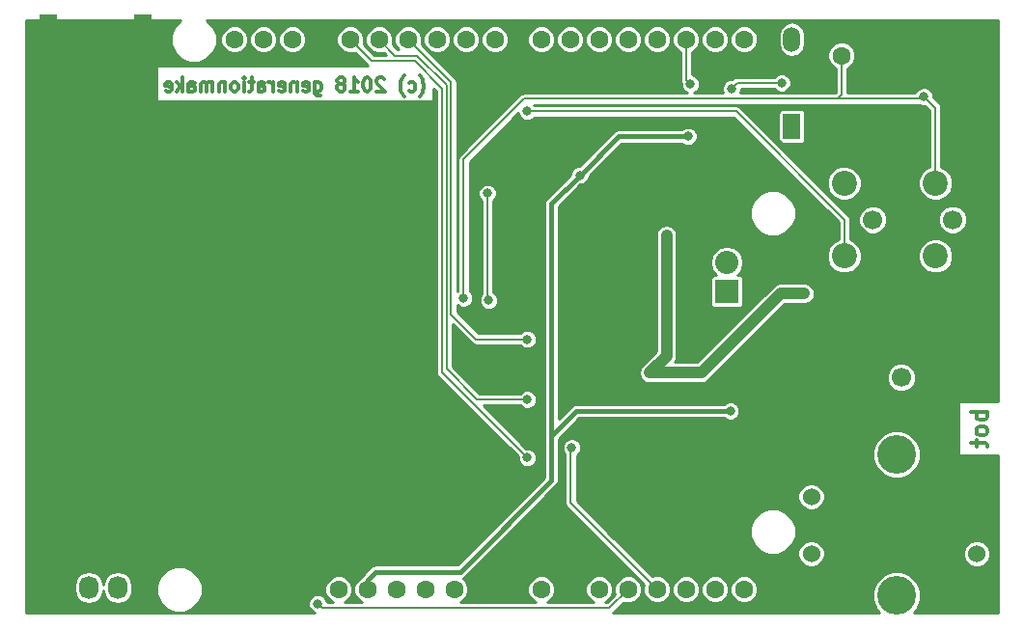
<source format=gbl>
G04 #@! TF.FileFunction,Copper,L2,Bot,Signal*
%FSLAX46Y46*%
G04 Gerber Fmt 4.6, Leading zero omitted, Abs format (unit mm)*
G04 Created by KiCad (PCBNEW 4.0.2+dfsg1-stable) date Mi 18 Jul 2018 07:31:42 CEST*
%MOMM*%
G01*
G04 APERTURE LIST*
%ADD10C,0.100000*%
%ADD11C,0.300000*%
%ADD12C,1.600000*%
%ADD13R,1.650000X5.600000*%
%ADD14C,3.400000*%
%ADD15C,1.524000*%
%ADD16C,1.700000*%
%ADD17C,2.200000*%
%ADD18R,1.727200X2.032000*%
%ADD19O,1.727200X2.032000*%
%ADD20R,2.032000X2.032000*%
%ADD21O,2.032000X2.032000*%
%ADD22R,1.498600X2.197100*%
%ADD23O,1.498600X2.197100*%
%ADD24C,0.800000*%
%ADD25C,1.100000*%
%ADD26C,0.200000*%
%ADD27C,0.400000*%
%ADD28C,1.000000*%
%ADD29C,0.254000*%
G04 APERTURE END LIST*
D10*
D11*
X139578571Y-111871429D02*
X138078571Y-111871429D01*
X138650000Y-111871429D02*
X138578571Y-112014286D01*
X138578571Y-112300000D01*
X138650000Y-112442857D01*
X138721429Y-112514286D01*
X138864286Y-112585715D01*
X139292857Y-112585715D01*
X139435714Y-112514286D01*
X139507143Y-112442857D01*
X139578571Y-112300000D01*
X139578571Y-112014286D01*
X139507143Y-111871429D01*
X139578571Y-113442858D02*
X139507143Y-113300000D01*
X139435714Y-113228572D01*
X139292857Y-113157143D01*
X138864286Y-113157143D01*
X138721429Y-113228572D01*
X138650000Y-113300000D01*
X138578571Y-113442858D01*
X138578571Y-113657143D01*
X138650000Y-113800000D01*
X138721429Y-113871429D01*
X138864286Y-113942858D01*
X139292857Y-113942858D01*
X139435714Y-113871429D01*
X139507143Y-113800000D01*
X139578571Y-113657143D01*
X139578571Y-113442858D01*
X138578571Y-114371429D02*
X138578571Y-114942858D01*
X138078571Y-114585715D02*
X139364286Y-114585715D01*
X139507143Y-114657143D01*
X139578571Y-114800001D01*
X139578571Y-114942858D01*
X89771427Y-84200000D02*
X89828569Y-84142857D01*
X89942855Y-83971429D01*
X89999998Y-83857143D01*
X90057141Y-83685714D01*
X90114284Y-83400000D01*
X90114284Y-83171429D01*
X90057141Y-82885714D01*
X89999998Y-82714286D01*
X89942855Y-82600000D01*
X89828569Y-82428571D01*
X89771427Y-82371429D01*
X88799998Y-83685714D02*
X88914284Y-83742857D01*
X89142855Y-83742857D01*
X89257141Y-83685714D01*
X89314284Y-83628571D01*
X89371427Y-83514286D01*
X89371427Y-83171429D01*
X89314284Y-83057143D01*
X89257141Y-83000000D01*
X89142855Y-82942857D01*
X88914284Y-82942857D01*
X88799998Y-83000000D01*
X88399998Y-84200000D02*
X88342856Y-84142857D01*
X88228570Y-83971429D01*
X88171427Y-83857143D01*
X88114284Y-83685714D01*
X88057141Y-83400000D01*
X88057141Y-83171429D01*
X88114284Y-82885714D01*
X88171427Y-82714286D01*
X88228570Y-82600000D01*
X88342856Y-82428571D01*
X88399998Y-82371429D01*
X86628570Y-82657143D02*
X86571427Y-82600000D01*
X86457141Y-82542857D01*
X86171427Y-82542857D01*
X86057141Y-82600000D01*
X85999998Y-82657143D01*
X85942855Y-82771429D01*
X85942855Y-82885714D01*
X85999998Y-83057143D01*
X86685712Y-83742857D01*
X85942855Y-83742857D01*
X85199998Y-82542857D02*
X85085713Y-82542857D01*
X84971427Y-82600000D01*
X84914284Y-82657143D01*
X84857141Y-82771429D01*
X84799998Y-83000000D01*
X84799998Y-83285714D01*
X84857141Y-83514286D01*
X84914284Y-83628571D01*
X84971427Y-83685714D01*
X85085713Y-83742857D01*
X85199998Y-83742857D01*
X85314284Y-83685714D01*
X85371427Y-83628571D01*
X85428570Y-83514286D01*
X85485713Y-83285714D01*
X85485713Y-83000000D01*
X85428570Y-82771429D01*
X85371427Y-82657143D01*
X85314284Y-82600000D01*
X85199998Y-82542857D01*
X83657141Y-83742857D02*
X84342856Y-83742857D01*
X83999998Y-83742857D02*
X83999998Y-82542857D01*
X84114284Y-82714286D01*
X84228570Y-82828571D01*
X84342856Y-82885714D01*
X82971427Y-83057143D02*
X83085713Y-83000000D01*
X83142856Y-82942857D01*
X83199999Y-82828571D01*
X83199999Y-82771429D01*
X83142856Y-82657143D01*
X83085713Y-82600000D01*
X82971427Y-82542857D01*
X82742856Y-82542857D01*
X82628570Y-82600000D01*
X82571427Y-82657143D01*
X82514284Y-82771429D01*
X82514284Y-82828571D01*
X82571427Y-82942857D01*
X82628570Y-83000000D01*
X82742856Y-83057143D01*
X82971427Y-83057143D01*
X83085713Y-83114286D01*
X83142856Y-83171429D01*
X83199999Y-83285714D01*
X83199999Y-83514286D01*
X83142856Y-83628571D01*
X83085713Y-83685714D01*
X82971427Y-83742857D01*
X82742856Y-83742857D01*
X82628570Y-83685714D01*
X82571427Y-83628571D01*
X82514284Y-83514286D01*
X82514284Y-83285714D01*
X82571427Y-83171429D01*
X82628570Y-83114286D01*
X82742856Y-83057143D01*
X80571427Y-82942857D02*
X80571427Y-83914286D01*
X80628570Y-84028571D01*
X80685713Y-84085714D01*
X80799998Y-84142857D01*
X80971427Y-84142857D01*
X81085713Y-84085714D01*
X80571427Y-83685714D02*
X80685713Y-83742857D01*
X80914284Y-83742857D01*
X81028570Y-83685714D01*
X81085713Y-83628571D01*
X81142856Y-83514286D01*
X81142856Y-83171429D01*
X81085713Y-83057143D01*
X81028570Y-83000000D01*
X80914284Y-82942857D01*
X80685713Y-82942857D01*
X80571427Y-83000000D01*
X79542856Y-83685714D02*
X79657142Y-83742857D01*
X79885713Y-83742857D01*
X79999999Y-83685714D01*
X80057142Y-83571429D01*
X80057142Y-83114286D01*
X79999999Y-83000000D01*
X79885713Y-82942857D01*
X79657142Y-82942857D01*
X79542856Y-83000000D01*
X79485713Y-83114286D01*
X79485713Y-83228571D01*
X80057142Y-83342857D01*
X78971428Y-82942857D02*
X78971428Y-83742857D01*
X78971428Y-83057143D02*
X78914285Y-83000000D01*
X78799999Y-82942857D01*
X78628571Y-82942857D01*
X78514285Y-83000000D01*
X78457142Y-83114286D01*
X78457142Y-83742857D01*
X77428571Y-83685714D02*
X77542857Y-83742857D01*
X77771428Y-83742857D01*
X77885714Y-83685714D01*
X77942857Y-83571429D01*
X77942857Y-83114286D01*
X77885714Y-83000000D01*
X77771428Y-82942857D01*
X77542857Y-82942857D01*
X77428571Y-83000000D01*
X77371428Y-83114286D01*
X77371428Y-83228571D01*
X77942857Y-83342857D01*
X76857143Y-83742857D02*
X76857143Y-82942857D01*
X76857143Y-83171429D02*
X76800000Y-83057143D01*
X76742857Y-83000000D01*
X76628571Y-82942857D01*
X76514286Y-82942857D01*
X75600000Y-83742857D02*
X75600000Y-83114286D01*
X75657143Y-83000000D01*
X75771429Y-82942857D01*
X76000000Y-82942857D01*
X76114286Y-83000000D01*
X75600000Y-83685714D02*
X75714286Y-83742857D01*
X76000000Y-83742857D01*
X76114286Y-83685714D01*
X76171429Y-83571429D01*
X76171429Y-83457143D01*
X76114286Y-83342857D01*
X76000000Y-83285714D01*
X75714286Y-83285714D01*
X75600000Y-83228571D01*
X75200000Y-82942857D02*
X74742857Y-82942857D01*
X75028572Y-82542857D02*
X75028572Y-83571429D01*
X74971429Y-83685714D01*
X74857143Y-83742857D01*
X74742857Y-83742857D01*
X74342858Y-83742857D02*
X74342858Y-82942857D01*
X74342858Y-82542857D02*
X74400001Y-82600000D01*
X74342858Y-82657143D01*
X74285715Y-82600000D01*
X74342858Y-82542857D01*
X74342858Y-82657143D01*
X73600000Y-83742857D02*
X73714286Y-83685714D01*
X73771429Y-83628571D01*
X73828572Y-83514286D01*
X73828572Y-83171429D01*
X73771429Y-83057143D01*
X73714286Y-83000000D01*
X73600000Y-82942857D01*
X73428572Y-82942857D01*
X73314286Y-83000000D01*
X73257143Y-83057143D01*
X73200000Y-83171429D01*
X73200000Y-83514286D01*
X73257143Y-83628571D01*
X73314286Y-83685714D01*
X73428572Y-83742857D01*
X73600000Y-83742857D01*
X72685715Y-82942857D02*
X72685715Y-83742857D01*
X72685715Y-83057143D02*
X72628572Y-83000000D01*
X72514286Y-82942857D01*
X72342858Y-82942857D01*
X72228572Y-83000000D01*
X72171429Y-83114286D01*
X72171429Y-83742857D01*
X71600001Y-83742857D02*
X71600001Y-82942857D01*
X71600001Y-83057143D02*
X71542858Y-83000000D01*
X71428572Y-82942857D01*
X71257144Y-82942857D01*
X71142858Y-83000000D01*
X71085715Y-83114286D01*
X71085715Y-83742857D01*
X71085715Y-83114286D02*
X71028572Y-83000000D01*
X70914286Y-82942857D01*
X70742858Y-82942857D01*
X70628572Y-83000000D01*
X70571429Y-83114286D01*
X70571429Y-83742857D01*
X69485715Y-83742857D02*
X69485715Y-83114286D01*
X69542858Y-83000000D01*
X69657144Y-82942857D01*
X69885715Y-82942857D01*
X70000001Y-83000000D01*
X69485715Y-83685714D02*
X69600001Y-83742857D01*
X69885715Y-83742857D01*
X70000001Y-83685714D01*
X70057144Y-83571429D01*
X70057144Y-83457143D01*
X70000001Y-83342857D01*
X69885715Y-83285714D01*
X69600001Y-83285714D01*
X69485715Y-83228571D01*
X68914287Y-83742857D02*
X68914287Y-82542857D01*
X68800001Y-83285714D02*
X68457144Y-83742857D01*
X68457144Y-82942857D02*
X68914287Y-83400000D01*
X67485715Y-83685714D02*
X67600001Y-83742857D01*
X67828572Y-83742857D01*
X67942858Y-83685714D01*
X68000001Y-83571429D01*
X68000001Y-83114286D01*
X67942858Y-83000000D01*
X67828572Y-82942857D01*
X67600001Y-82942857D01*
X67485715Y-83000000D01*
X67428572Y-83114286D01*
X67428572Y-83228571D01*
X68000001Y-83342857D01*
D12*
X105500000Y-127460000D03*
X108040000Y-127460000D03*
X110580000Y-127460000D03*
X113120000Y-127460000D03*
X115660000Y-127460000D03*
X118200000Y-127460000D03*
X82640000Y-127460000D03*
X85180000Y-127460000D03*
X87720000Y-127460000D03*
X90260000Y-127460000D03*
X92800000Y-127460000D03*
X95340000Y-127460000D03*
X97880000Y-127460000D03*
X100420000Y-127460000D03*
X100420000Y-79200000D03*
X102960000Y-79200000D03*
X105500000Y-79200000D03*
X108040000Y-79200000D03*
X110580000Y-79200000D03*
X113120000Y-79200000D03*
X115660000Y-79200000D03*
X73496000Y-79200000D03*
X76036000Y-79200000D03*
X78576000Y-79200000D03*
X81116000Y-79200000D03*
X83656000Y-79200000D03*
X86196000Y-79200000D03*
X88736000Y-79200000D03*
X91276000Y-79200000D03*
X93816000Y-79200000D03*
X96356000Y-79200000D03*
X118200000Y-79200000D03*
D13*
X65425000Y-79800000D03*
X57175000Y-79800000D03*
D14*
X131600000Y-128000000D03*
X131600000Y-115600000D03*
D15*
X138600000Y-119300000D03*
X124100000Y-124300000D03*
X138600000Y-124300000D03*
X124100000Y-121800000D03*
X124100000Y-119300000D03*
D16*
X129500000Y-95000000D03*
X136500000Y-95000000D03*
D17*
X127000000Y-98200000D03*
X127000000Y-91800000D03*
X135000000Y-91800000D03*
X135000000Y-98200000D03*
D16*
X132000000Y-108850000D03*
X136000000Y-105150000D03*
X137300000Y-108850000D03*
D12*
X125500000Y-83100000D03*
X132500000Y-83100000D03*
X131250000Y-80600000D03*
X126750000Y-80600000D03*
D18*
X58200000Y-127300000D03*
D19*
X60740000Y-127300000D03*
X63280000Y-127300000D03*
D20*
X116700000Y-101300000D03*
D21*
X116700000Y-98760000D03*
D22*
X122400000Y-86810000D03*
D23*
X122400000Y-79190000D03*
D24*
X113950000Y-96150000D03*
X121100000Y-97300000D03*
X103900000Y-88900000D03*
X100000000Y-100300000D03*
X112200000Y-125700000D03*
X68600000Y-85700000D03*
X59800000Y-114000000D03*
X78700000Y-115200000D03*
X76000000Y-111100000D03*
X68400000Y-118000000D03*
X63500000Y-113900000D03*
X56500000Y-113900000D03*
X65900000Y-115900000D03*
X71600000Y-117900000D03*
X56500000Y-107300000D03*
X56500000Y-98800000D03*
X56500000Y-92100000D03*
X97800000Y-116000000D03*
X97900000Y-103800000D03*
X97900000Y-108900000D03*
X104200000Y-93100000D03*
X95600000Y-89200000D03*
X83500000Y-122200000D03*
X78700000Y-122000000D03*
X83300000Y-115100000D03*
X90400000Y-124800000D03*
D25*
X57300000Y-85200000D03*
X65500000Y-85100000D03*
D24*
X123500000Y-101500000D03*
X95700000Y-92700000D03*
X95800000Y-102100000D03*
X109900000Y-108450000D03*
X111400000Y-96400000D03*
X80800000Y-128700000D03*
X103100000Y-115000000D03*
X113500000Y-83100000D03*
X99200000Y-115900000D03*
X99200000Y-110800000D03*
X99200000Y-105500000D03*
X134000000Y-84200000D03*
X93600000Y-101900000D03*
X121500000Y-83000000D03*
X117100000Y-83500000D03*
X99200000Y-85500000D03*
X117000000Y-111800000D03*
X113300000Y-87700000D03*
X103800000Y-91100000D03*
D26*
X113950000Y-96150000D02*
X113900000Y-96100000D01*
X63500000Y-113900000D02*
X59900000Y-113900000D01*
X59900000Y-113900000D02*
X59800000Y-114000000D01*
X68400000Y-118000000D02*
X71500000Y-118000000D01*
X63500000Y-113900000D02*
X63900000Y-113900000D01*
X63900000Y-113900000D02*
X65900000Y-115900000D01*
X71500000Y-118000000D02*
X71600000Y-117900000D01*
X95600000Y-89200000D02*
X95700000Y-89200000D01*
X83400000Y-122100000D02*
X83300000Y-122100000D01*
X83500000Y-122200000D02*
X83400000Y-122100000D01*
D27*
X65400000Y-85200000D02*
X57300000Y-85200000D01*
X65500000Y-85100000D02*
X65400000Y-85200000D01*
D28*
X121600000Y-101500000D02*
X123500000Y-101500000D01*
X111400000Y-96400000D02*
X111400000Y-106950000D01*
X111400000Y-106950000D02*
X109900000Y-108450000D01*
X121600000Y-101500000D02*
X121400000Y-101500000D01*
X121400000Y-101500000D02*
X114450000Y-108450000D01*
X114450000Y-108450000D02*
X109900000Y-108450000D01*
D26*
X95700000Y-102000000D02*
X95700000Y-92700000D01*
X95800000Y-102100000D02*
X95700000Y-102000000D01*
X110000000Y-108400000D02*
X109950000Y-108400000D01*
X109950000Y-108400000D02*
X109900000Y-108450000D01*
X110000000Y-108400000D02*
X110000000Y-108500000D01*
X80800000Y-128700000D02*
X81200000Y-129100000D01*
X81200000Y-129100000D02*
X106400000Y-129100000D01*
X106400000Y-129100000D02*
X108040000Y-127460000D01*
X103000000Y-115900000D02*
X103000000Y-119880000D01*
X103000000Y-119880000D02*
X110580000Y-127460000D01*
X103000000Y-115100000D02*
X103000000Y-115900000D01*
X103100000Y-115000000D02*
X103000000Y-115100000D01*
X113120000Y-79200000D02*
X113120000Y-82720000D01*
X113120000Y-82720000D02*
X113500000Y-83100000D01*
X91700000Y-88500000D02*
X91700000Y-83500000D01*
X85556000Y-81100000D02*
X83656000Y-79200000D01*
X89300000Y-81100000D02*
X85556000Y-81100000D01*
X91700000Y-83500000D02*
X89300000Y-81100000D01*
X91700000Y-108400000D02*
X91700000Y-88500000D01*
X99200000Y-115900000D02*
X91700000Y-108400000D01*
X88700000Y-80600000D02*
X87596000Y-80600000D01*
X87596000Y-80600000D02*
X86196000Y-79200000D01*
X92100002Y-86800000D02*
X92100002Y-83200002D01*
X89500000Y-80600000D02*
X88700000Y-80600000D01*
X88700000Y-80600000D02*
X88400000Y-80600000D01*
X92100002Y-83200002D02*
X89500000Y-80600000D01*
X99200000Y-110800000D02*
X94800000Y-110800000D01*
X92100002Y-108100002D02*
X92100002Y-103100000D01*
X94800000Y-110800000D02*
X92100002Y-108100002D01*
X92100002Y-103100000D02*
X92100002Y-86800000D01*
X92500004Y-98000000D02*
X92500004Y-103300004D01*
X94700000Y-105500000D02*
X99200000Y-105500000D01*
X92500004Y-103300004D02*
X94700000Y-105500000D01*
X92500004Y-82964004D02*
X88736000Y-79200000D01*
X92500004Y-98000000D02*
X92500004Y-82964004D01*
X135000000Y-91800000D02*
X135000000Y-85200000D01*
X135000000Y-85200000D02*
X134000000Y-84200000D01*
X126750000Y-80600000D02*
X126750000Y-84050000D01*
X126750000Y-84050000D02*
X126400000Y-84400000D01*
X126700000Y-84400000D02*
X133800000Y-84400000D01*
X126400000Y-84400000D02*
X126700000Y-84400000D01*
X133800000Y-84400000D02*
X134000000Y-84200000D01*
X116800000Y-84400000D02*
X126400000Y-84400000D01*
X116800000Y-84400000D02*
X101400000Y-84400000D01*
X93600000Y-91100000D02*
X93600000Y-101900000D01*
X98900000Y-84400000D02*
X93600000Y-89700000D01*
X93600000Y-89700000D02*
X93600000Y-91100000D01*
X101400000Y-84400000D02*
X98900000Y-84400000D01*
X126750000Y-80600000D02*
X126750000Y-80850000D01*
X135000000Y-91800000D02*
X135000000Y-91550000D01*
X117600000Y-83000000D02*
X121500000Y-83000000D01*
X117100000Y-83500000D02*
X117600000Y-83000000D01*
X101600000Y-85500000D02*
X99200000Y-85500000D01*
X101600000Y-85500000D02*
X117500000Y-85500000D01*
X127000000Y-95000000D02*
X117500000Y-85500000D01*
X127000000Y-98200000D02*
X127000000Y-95000000D01*
D27*
X117000000Y-111800000D02*
X103500000Y-111800000D01*
X103500000Y-111800000D02*
X101300000Y-114000000D01*
X103800000Y-91100000D02*
X107200000Y-87700000D01*
X107200000Y-87700000D02*
X113300000Y-87700000D01*
X85180000Y-127460000D02*
X85180000Y-126620000D01*
X85180000Y-126620000D02*
X85900000Y-125900000D01*
X85900000Y-125900000D02*
X93300000Y-125900000D01*
X93300000Y-125900000D02*
X101300000Y-117900000D01*
X101300000Y-117900000D02*
X101300000Y-114000000D01*
X101300000Y-114000000D02*
X101300000Y-93600000D01*
X101300000Y-93600000D02*
X103800000Y-91100000D01*
D26*
X101300000Y-115500000D02*
X101300000Y-93600000D01*
X101300000Y-93600000D02*
X103800000Y-91100000D01*
X89000000Y-125900000D02*
X93300000Y-125900000D01*
X101300000Y-117900000D02*
X101300000Y-115500000D01*
X93300000Y-125900000D02*
X101300000Y-117900000D01*
X107200000Y-87700000D02*
X113300000Y-87700000D01*
X85900000Y-125900000D02*
X89000000Y-125900000D01*
X85180000Y-126620000D02*
X85900000Y-125900000D01*
D29*
G36*
X68233186Y-78057388D02*
X67925851Y-78797533D01*
X67925151Y-79598951D01*
X68231195Y-80339632D01*
X68797388Y-80906814D01*
X69537533Y-81214149D01*
X70338951Y-81214849D01*
X71079632Y-80908805D01*
X71646814Y-80342612D01*
X71954149Y-79602467D01*
X71954288Y-79442995D01*
X72268788Y-79442995D01*
X72455194Y-79894131D01*
X72800053Y-80239593D01*
X73250864Y-80426786D01*
X73738995Y-80427212D01*
X74190131Y-80240806D01*
X74535593Y-79895947D01*
X74722786Y-79445136D01*
X74722787Y-79442995D01*
X74808788Y-79442995D01*
X74995194Y-79894131D01*
X75340053Y-80239593D01*
X75790864Y-80426786D01*
X76278995Y-80427212D01*
X76730131Y-80240806D01*
X77075593Y-79895947D01*
X77262786Y-79445136D01*
X77262787Y-79442995D01*
X77348788Y-79442995D01*
X77535194Y-79894131D01*
X77880053Y-80239593D01*
X78330864Y-80426786D01*
X78818995Y-80427212D01*
X79270131Y-80240806D01*
X79615593Y-79895947D01*
X79802786Y-79445136D01*
X79803212Y-78957005D01*
X79616806Y-78505869D01*
X79271947Y-78160407D01*
X78821136Y-77973214D01*
X78333005Y-77972788D01*
X77881869Y-78159194D01*
X77536407Y-78504053D01*
X77349214Y-78954864D01*
X77348788Y-79442995D01*
X77262787Y-79442995D01*
X77263212Y-78957005D01*
X77076806Y-78505869D01*
X76731947Y-78160407D01*
X76281136Y-77973214D01*
X75793005Y-77972788D01*
X75341869Y-78159194D01*
X74996407Y-78504053D01*
X74809214Y-78954864D01*
X74808788Y-79442995D01*
X74722787Y-79442995D01*
X74723212Y-78957005D01*
X74536806Y-78505869D01*
X74191947Y-78160407D01*
X73741136Y-77973214D01*
X73253005Y-77972788D01*
X72801869Y-78159194D01*
X72456407Y-78504053D01*
X72269214Y-78954864D01*
X72268788Y-79442995D01*
X71954288Y-79442995D01*
X71954849Y-78801049D01*
X71648805Y-78060368D01*
X71091411Y-77502000D01*
X140498000Y-77502000D01*
X140498000Y-110937285D01*
X136973000Y-110937285D01*
X136973000Y-115662714D01*
X140498000Y-115662714D01*
X140498000Y-129498000D01*
X133110043Y-129498000D01*
X133402131Y-129206422D01*
X133726630Y-128424943D01*
X133727368Y-127578770D01*
X133404234Y-126796726D01*
X132806422Y-126197869D01*
X132024943Y-125873370D01*
X131178770Y-125872632D01*
X130396726Y-126195766D01*
X129797869Y-126793578D01*
X129473370Y-127575057D01*
X129472632Y-128421230D01*
X129795766Y-129203274D01*
X130089978Y-129498000D01*
X106734699Y-129498000D01*
X106772645Y-129472645D01*
X107627853Y-128617437D01*
X107794864Y-128686786D01*
X108282995Y-128687212D01*
X108734131Y-128500806D01*
X109079593Y-128155947D01*
X109266786Y-127705136D01*
X109267212Y-127217005D01*
X109080806Y-126765869D01*
X108735947Y-126420407D01*
X108285136Y-126233214D01*
X107797005Y-126232788D01*
X107345869Y-126419194D01*
X107000407Y-126764053D01*
X106813214Y-127214864D01*
X106812788Y-127702995D01*
X106882646Y-127872064D01*
X106181710Y-128573000D01*
X106019409Y-128573000D01*
X106194131Y-128500806D01*
X106539593Y-128155947D01*
X106726786Y-127705136D01*
X106727212Y-127217005D01*
X106540806Y-126765869D01*
X106195947Y-126420407D01*
X105745136Y-126233214D01*
X105257005Y-126232788D01*
X104805869Y-126419194D01*
X104460407Y-126764053D01*
X104273214Y-127214864D01*
X104272788Y-127702995D01*
X104459194Y-128154131D01*
X104804053Y-128499593D01*
X104980837Y-128573000D01*
X100939409Y-128573000D01*
X101114131Y-128500806D01*
X101459593Y-128155947D01*
X101646786Y-127705136D01*
X101647212Y-127217005D01*
X101460806Y-126765869D01*
X101115947Y-126420407D01*
X100665136Y-126233214D01*
X100177005Y-126232788D01*
X99725869Y-126419194D01*
X99380407Y-126764053D01*
X99193214Y-127214864D01*
X99192788Y-127702995D01*
X99379194Y-128154131D01*
X99724053Y-128499593D01*
X99900837Y-128573000D01*
X93319409Y-128573000D01*
X93494131Y-128500806D01*
X93839593Y-128155947D01*
X94026786Y-127705136D01*
X94027212Y-127217005D01*
X93840806Y-126765869D01*
X93548801Y-126473353D01*
X93743356Y-126343356D01*
X101743356Y-118343356D01*
X101790603Y-118272646D01*
X101879272Y-118139943D01*
X101927000Y-117900000D01*
X101927000Y-115163779D01*
X102272857Y-115163779D01*
X102398495Y-115467846D01*
X102473000Y-115542481D01*
X102473000Y-119880000D01*
X102513115Y-120081675D01*
X102627355Y-120252645D01*
X109422563Y-127047853D01*
X109353214Y-127214864D01*
X109352788Y-127702995D01*
X109539194Y-128154131D01*
X109884053Y-128499593D01*
X110334864Y-128686786D01*
X110822995Y-128687212D01*
X111274131Y-128500806D01*
X111619593Y-128155947D01*
X111806786Y-127705136D01*
X111806787Y-127702995D01*
X111892788Y-127702995D01*
X112079194Y-128154131D01*
X112424053Y-128499593D01*
X112874864Y-128686786D01*
X113362995Y-128687212D01*
X113814131Y-128500806D01*
X114159593Y-128155947D01*
X114346786Y-127705136D01*
X114346787Y-127702995D01*
X114432788Y-127702995D01*
X114619194Y-128154131D01*
X114964053Y-128499593D01*
X115414864Y-128686786D01*
X115902995Y-128687212D01*
X116354131Y-128500806D01*
X116699593Y-128155947D01*
X116886786Y-127705136D01*
X116886787Y-127702995D01*
X116972788Y-127702995D01*
X117159194Y-128154131D01*
X117504053Y-128499593D01*
X117954864Y-128686786D01*
X118442995Y-128687212D01*
X118894131Y-128500806D01*
X119239593Y-128155947D01*
X119426786Y-127705136D01*
X119427212Y-127217005D01*
X119240806Y-126765869D01*
X118895947Y-126420407D01*
X118445136Y-126233214D01*
X117957005Y-126232788D01*
X117505869Y-126419194D01*
X117160407Y-126764053D01*
X116973214Y-127214864D01*
X116972788Y-127702995D01*
X116886787Y-127702995D01*
X116887212Y-127217005D01*
X116700806Y-126765869D01*
X116355947Y-126420407D01*
X115905136Y-126233214D01*
X115417005Y-126232788D01*
X114965869Y-126419194D01*
X114620407Y-126764053D01*
X114433214Y-127214864D01*
X114432788Y-127702995D01*
X114346787Y-127702995D01*
X114347212Y-127217005D01*
X114160806Y-126765869D01*
X113815947Y-126420407D01*
X113365136Y-126233214D01*
X112877005Y-126232788D01*
X112425869Y-126419194D01*
X112080407Y-126764053D01*
X111893214Y-127214864D01*
X111892788Y-127702995D01*
X111806787Y-127702995D01*
X111807212Y-127217005D01*
X111620806Y-126765869D01*
X111275947Y-126420407D01*
X110825136Y-126233214D01*
X110337005Y-126232788D01*
X110167936Y-126302646D01*
X108400759Y-124535469D01*
X122910794Y-124535469D01*
X123091427Y-124972635D01*
X123425606Y-125307397D01*
X123862456Y-125488793D01*
X124335469Y-125489206D01*
X124772635Y-125308573D01*
X125107397Y-124974394D01*
X125288793Y-124537544D01*
X125288794Y-124535469D01*
X137410794Y-124535469D01*
X137591427Y-124972635D01*
X137925606Y-125307397D01*
X138362456Y-125488793D01*
X138835469Y-125489206D01*
X139272635Y-125308573D01*
X139607397Y-124974394D01*
X139788793Y-124537544D01*
X139789206Y-124064531D01*
X139608573Y-123627365D01*
X139274394Y-123292603D01*
X138837544Y-123111207D01*
X138364531Y-123110794D01*
X137927365Y-123291427D01*
X137592603Y-123625606D01*
X137411207Y-124062456D01*
X137410794Y-124535469D01*
X125288794Y-124535469D01*
X125289206Y-124064531D01*
X125108573Y-123627365D01*
X124774394Y-123292603D01*
X124337544Y-123111207D01*
X123864531Y-123110794D01*
X123427365Y-123291427D01*
X123092603Y-123625606D01*
X122911207Y-124062456D01*
X122910794Y-124535469D01*
X108400759Y-124535469D01*
X106644241Y-122778951D01*
X118725151Y-122778951D01*
X119031195Y-123519632D01*
X119597388Y-124086814D01*
X120337533Y-124394149D01*
X121138951Y-124394849D01*
X121879632Y-124088805D01*
X122446814Y-123522612D01*
X122754149Y-122782467D01*
X122754849Y-121981049D01*
X122448805Y-121240368D01*
X121882612Y-120673186D01*
X121142467Y-120365851D01*
X120341049Y-120365151D01*
X119600368Y-120671195D01*
X119033186Y-121237388D01*
X118725851Y-121977533D01*
X118725151Y-122778951D01*
X106644241Y-122778951D01*
X103527000Y-119661710D01*
X103527000Y-119535469D01*
X122910794Y-119535469D01*
X123091427Y-119972635D01*
X123425606Y-120307397D01*
X123862456Y-120488793D01*
X124335469Y-120489206D01*
X124772635Y-120308573D01*
X125107397Y-119974394D01*
X125288793Y-119537544D01*
X125289206Y-119064531D01*
X125108573Y-118627365D01*
X124774394Y-118292603D01*
X124337544Y-118111207D01*
X123864531Y-118110794D01*
X123427365Y-118291427D01*
X123092603Y-118625606D01*
X122911207Y-119062456D01*
X122910794Y-119535469D01*
X103527000Y-119535469D01*
X103527000Y-116021230D01*
X129472632Y-116021230D01*
X129795766Y-116803274D01*
X130393578Y-117402131D01*
X131175057Y-117726630D01*
X132021230Y-117727368D01*
X132803274Y-117404234D01*
X133402131Y-116806422D01*
X133726630Y-116024943D01*
X133727368Y-115178770D01*
X133404234Y-114396726D01*
X132806422Y-113797869D01*
X132024943Y-113473370D01*
X131178770Y-113472632D01*
X130396726Y-113795766D01*
X129797869Y-114393578D01*
X129473370Y-115175057D01*
X129472632Y-116021230D01*
X103527000Y-116021230D01*
X103527000Y-115718382D01*
X103567846Y-115701505D01*
X103800688Y-115469070D01*
X103926856Y-115165222D01*
X103927143Y-114836221D01*
X103801505Y-114532154D01*
X103569070Y-114299312D01*
X103265222Y-114173144D01*
X102936221Y-114172857D01*
X102632154Y-114298495D01*
X102399312Y-114530930D01*
X102273144Y-114834778D01*
X102272857Y-115163779D01*
X101927000Y-115163779D01*
X101927000Y-114259712D01*
X103759712Y-112427000D01*
X116457371Y-112427000D01*
X116530930Y-112500688D01*
X116834778Y-112626856D01*
X117163779Y-112627143D01*
X117467846Y-112501505D01*
X117700688Y-112269070D01*
X117826856Y-111965222D01*
X117827143Y-111636221D01*
X117701505Y-111332154D01*
X117469070Y-111099312D01*
X117165222Y-110973144D01*
X116836221Y-110972857D01*
X116532154Y-111098495D01*
X116457519Y-111173000D01*
X103500000Y-111173000D01*
X103260058Y-111220727D01*
X103056644Y-111356644D01*
X101927000Y-112486288D01*
X101927000Y-108450000D01*
X108973000Y-108450000D01*
X109043564Y-108804748D01*
X109244512Y-109105488D01*
X109545252Y-109306436D01*
X109900000Y-109377000D01*
X114450000Y-109377000D01*
X114804748Y-109306436D01*
X115105488Y-109105488D01*
X115108079Y-109102897D01*
X130722779Y-109102897D01*
X130916781Y-109572417D01*
X131275693Y-109931957D01*
X131744875Y-110126778D01*
X132252897Y-110127221D01*
X132722417Y-109933219D01*
X133081957Y-109574307D01*
X133276778Y-109105125D01*
X133277221Y-108597103D01*
X133083219Y-108127583D01*
X132724307Y-107768043D01*
X132255125Y-107573222D01*
X131747103Y-107572779D01*
X131277583Y-107766781D01*
X130918043Y-108125693D01*
X130723222Y-108594875D01*
X130722779Y-109102897D01*
X115108079Y-109102897D01*
X121783976Y-102427000D01*
X123500000Y-102427000D01*
X123854748Y-102356436D01*
X124155488Y-102155488D01*
X124356436Y-101854748D01*
X124427000Y-101500000D01*
X124356436Y-101145252D01*
X124155488Y-100844512D01*
X123854748Y-100643564D01*
X123500000Y-100573000D01*
X121400000Y-100573000D01*
X121045252Y-100643564D01*
X120812159Y-100799312D01*
X120744512Y-100844512D01*
X114066024Y-107523000D01*
X112110605Y-107523000D01*
X112256436Y-107304748D01*
X112327000Y-106950000D01*
X112327000Y-98760000D01*
X115228730Y-98760000D01*
X115338572Y-99312212D01*
X115651375Y-99780355D01*
X115753563Y-99848635D01*
X115684000Y-99848635D01*
X115525763Y-99878409D01*
X115380433Y-99971927D01*
X115282936Y-100114619D01*
X115248635Y-100284000D01*
X115248635Y-102316000D01*
X115278409Y-102474237D01*
X115371927Y-102619567D01*
X115514619Y-102717064D01*
X115684000Y-102751365D01*
X117716000Y-102751365D01*
X117874237Y-102721591D01*
X118019567Y-102628073D01*
X118117064Y-102485381D01*
X118151365Y-102316000D01*
X118151365Y-100284000D01*
X118121591Y-100125763D01*
X118028073Y-99980433D01*
X117885381Y-99882936D01*
X117716000Y-99848635D01*
X117646437Y-99848635D01*
X117748625Y-99780355D01*
X118061428Y-99312212D01*
X118171270Y-98760000D01*
X118061428Y-98207788D01*
X117748625Y-97739645D01*
X117280482Y-97426842D01*
X116728270Y-97317000D01*
X116671730Y-97317000D01*
X116119518Y-97426842D01*
X115651375Y-97739645D01*
X115338572Y-98207788D01*
X115228730Y-98760000D01*
X112327000Y-98760000D01*
X112327000Y-96400000D01*
X112256436Y-96045252D01*
X112055488Y-95744512D01*
X111754748Y-95543564D01*
X111400000Y-95473000D01*
X111045252Y-95543564D01*
X110744512Y-95744512D01*
X110543564Y-96045252D01*
X110473000Y-96400000D01*
X110473000Y-106566024D01*
X109244512Y-107794512D01*
X109043564Y-108095252D01*
X108973000Y-108450000D01*
X101927000Y-108450000D01*
X101927000Y-94838951D01*
X118725151Y-94838951D01*
X119031195Y-95579632D01*
X119597388Y-96146814D01*
X120337533Y-96454149D01*
X121138951Y-96454849D01*
X121879632Y-96148805D01*
X122446814Y-95582612D01*
X122754149Y-94842467D01*
X122754849Y-94041049D01*
X122448805Y-93300368D01*
X121882612Y-92733186D01*
X121142467Y-92425851D01*
X120341049Y-92425151D01*
X119600368Y-92731195D01*
X119033186Y-93297388D01*
X118725851Y-94037533D01*
X118725151Y-94838951D01*
X101927000Y-94838951D01*
X101927000Y-93859712D01*
X103859660Y-91927052D01*
X103963779Y-91927143D01*
X104267846Y-91801505D01*
X104500688Y-91569070D01*
X104626856Y-91265222D01*
X104626948Y-91159764D01*
X107459712Y-88327000D01*
X112757371Y-88327000D01*
X112830930Y-88400688D01*
X113134778Y-88526856D01*
X113463779Y-88527143D01*
X113767846Y-88401505D01*
X114000688Y-88169070D01*
X114126856Y-87865222D01*
X114127143Y-87536221D01*
X114001505Y-87232154D01*
X113769070Y-86999312D01*
X113465222Y-86873144D01*
X113136221Y-86872857D01*
X112832154Y-86998495D01*
X112757519Y-87073000D01*
X107200000Y-87073000D01*
X106960057Y-87120728D01*
X106821790Y-87213115D01*
X106756644Y-87256644D01*
X103740340Y-90272948D01*
X103636221Y-90272857D01*
X103332154Y-90398495D01*
X103099312Y-90630930D01*
X102973144Y-90934778D01*
X102973052Y-91040236D01*
X100856644Y-93156644D01*
X100720728Y-93360057D01*
X100673000Y-93600000D01*
X100673000Y-117640288D01*
X93040288Y-125273000D01*
X85900000Y-125273000D01*
X85660058Y-125320727D01*
X85456644Y-125456644D01*
X84736644Y-126176644D01*
X84608409Y-126368561D01*
X84485869Y-126419194D01*
X84140407Y-126764053D01*
X83953214Y-127214864D01*
X83952788Y-127702995D01*
X84139194Y-128154131D01*
X84484053Y-128499593D01*
X84660837Y-128573000D01*
X83159409Y-128573000D01*
X83334131Y-128500806D01*
X83679593Y-128155947D01*
X83866786Y-127705136D01*
X83867212Y-127217005D01*
X83680806Y-126765869D01*
X83335947Y-126420407D01*
X82885136Y-126233214D01*
X82397005Y-126232788D01*
X81945869Y-126419194D01*
X81600407Y-126764053D01*
X81413214Y-127214864D01*
X81412788Y-127702995D01*
X81599194Y-128154131D01*
X81944053Y-128499593D01*
X82120837Y-128573000D01*
X81627111Y-128573000D01*
X81627143Y-128536221D01*
X81501505Y-128232154D01*
X81269070Y-127999312D01*
X80965222Y-127873144D01*
X80636221Y-127872857D01*
X80332154Y-127998495D01*
X80099312Y-128230930D01*
X79973144Y-128534778D01*
X79972857Y-128863779D01*
X80098495Y-129167846D01*
X80330930Y-129400688D01*
X80565285Y-129498000D01*
X55202000Y-129498000D01*
X55202000Y-127119330D01*
X59449400Y-127119330D01*
X59449400Y-127480670D01*
X59547641Y-127974561D01*
X59827408Y-128393262D01*
X60246109Y-128673029D01*
X60740000Y-128771270D01*
X61233891Y-128673029D01*
X61652592Y-128393262D01*
X61932359Y-127974561D01*
X62010000Y-127584233D01*
X62087641Y-127974561D01*
X62367408Y-128393262D01*
X62786109Y-128673029D01*
X63280000Y-128771270D01*
X63773891Y-128673029D01*
X64192592Y-128393262D01*
X64472359Y-127974561D01*
X64495355Y-127858951D01*
X66655151Y-127858951D01*
X66961195Y-128599632D01*
X67527388Y-129166814D01*
X68267533Y-129474149D01*
X69068951Y-129474849D01*
X69809632Y-129168805D01*
X70376814Y-128602612D01*
X70684149Y-127862467D01*
X70684849Y-127061049D01*
X70378805Y-126320368D01*
X69812612Y-125753186D01*
X69072467Y-125445851D01*
X68271049Y-125445151D01*
X67530368Y-125751195D01*
X66963186Y-126317388D01*
X66655851Y-127057533D01*
X66655151Y-127858951D01*
X64495355Y-127858951D01*
X64570600Y-127480670D01*
X64570600Y-127119330D01*
X64472359Y-126625439D01*
X64192592Y-126206738D01*
X63773891Y-125926971D01*
X63280000Y-125828730D01*
X62786109Y-125926971D01*
X62367408Y-126206738D01*
X62087641Y-126625439D01*
X62010000Y-127015767D01*
X61932359Y-126625439D01*
X61652592Y-126206738D01*
X61233891Y-125926971D01*
X60740000Y-125828730D01*
X60246109Y-125926971D01*
X59827408Y-126206738D01*
X59547641Y-126625439D01*
X59449400Y-127119330D01*
X55202000Y-127119330D01*
X55202000Y-81483000D01*
X66623002Y-81483000D01*
X66623002Y-84617000D01*
X90976999Y-84617000D01*
X90976999Y-83522290D01*
X91173000Y-83718291D01*
X91173000Y-108400000D01*
X91213115Y-108601675D01*
X91327355Y-108772645D01*
X98373071Y-115818361D01*
X98372857Y-116063779D01*
X98498495Y-116367846D01*
X98730930Y-116600688D01*
X99034778Y-116726856D01*
X99363779Y-116727143D01*
X99667846Y-116601505D01*
X99900688Y-116369070D01*
X100026856Y-116065222D01*
X100027143Y-115736221D01*
X99901505Y-115432154D01*
X99669070Y-115199312D01*
X99365222Y-115073144D01*
X99118219Y-115072929D01*
X95372290Y-111327000D01*
X98557546Y-111327000D01*
X98730930Y-111500688D01*
X99034778Y-111626856D01*
X99363779Y-111627143D01*
X99667846Y-111501505D01*
X99900688Y-111269070D01*
X100026856Y-110965222D01*
X100027143Y-110636221D01*
X99901505Y-110332154D01*
X99669070Y-110099312D01*
X99365222Y-109973144D01*
X99036221Y-109972857D01*
X98732154Y-110098495D01*
X98557343Y-110273000D01*
X95018290Y-110273000D01*
X92627002Y-107881712D01*
X92627002Y-104172292D01*
X94327355Y-105872645D01*
X94498325Y-105986885D01*
X94531785Y-105993540D01*
X94700000Y-106027000D01*
X98557546Y-106027000D01*
X98730930Y-106200688D01*
X99034778Y-106326856D01*
X99363779Y-106327143D01*
X99667846Y-106201505D01*
X99900688Y-105969070D01*
X100026856Y-105665222D01*
X100027143Y-105336221D01*
X99901505Y-105032154D01*
X99669070Y-104799312D01*
X99365222Y-104673144D01*
X99036221Y-104672857D01*
X98732154Y-104798495D01*
X98557343Y-104973000D01*
X94918290Y-104973000D01*
X93027004Y-103081714D01*
X93027004Y-102496580D01*
X93130930Y-102600688D01*
X93434778Y-102726856D01*
X93763779Y-102727143D01*
X94067846Y-102601505D01*
X94300688Y-102369070D01*
X94426856Y-102065222D01*
X94427143Y-101736221D01*
X94301505Y-101432154D01*
X94127000Y-101257343D01*
X94127000Y-92863779D01*
X94872857Y-92863779D01*
X94998495Y-93167846D01*
X95173000Y-93342657D01*
X95173000Y-101557371D01*
X95099312Y-101630930D01*
X94973144Y-101934778D01*
X94972857Y-102263779D01*
X95098495Y-102567846D01*
X95330930Y-102800688D01*
X95634778Y-102926856D01*
X95963779Y-102927143D01*
X96267846Y-102801505D01*
X96500688Y-102569070D01*
X96626856Y-102265222D01*
X96627143Y-101936221D01*
X96501505Y-101632154D01*
X96269070Y-101399312D01*
X96227000Y-101381843D01*
X96227000Y-93342454D01*
X96400688Y-93169070D01*
X96526856Y-92865222D01*
X96527143Y-92536221D01*
X96401505Y-92232154D01*
X96169070Y-91999312D01*
X95865222Y-91873144D01*
X95536221Y-91872857D01*
X95232154Y-91998495D01*
X94999312Y-92230930D01*
X94873144Y-92534778D01*
X94872857Y-92863779D01*
X94127000Y-92863779D01*
X94127000Y-89918290D01*
X98375387Y-85669903D01*
X98498495Y-85967846D01*
X98730930Y-86200688D01*
X99034778Y-86326856D01*
X99363779Y-86327143D01*
X99667846Y-86201505D01*
X99842657Y-86027000D01*
X117281710Y-86027000D01*
X126473000Y-95218290D01*
X126473000Y-96765535D01*
X126136154Y-96904717D01*
X125706227Y-97333894D01*
X125473265Y-97894928D01*
X125472735Y-98502407D01*
X125704717Y-99063846D01*
X126133894Y-99493773D01*
X126694928Y-99726735D01*
X127302407Y-99727265D01*
X127863846Y-99495283D01*
X128293773Y-99066106D01*
X128526735Y-98505072D01*
X128526737Y-98502407D01*
X133472735Y-98502407D01*
X133704717Y-99063846D01*
X134133894Y-99493773D01*
X134694928Y-99726735D01*
X135302407Y-99727265D01*
X135863846Y-99495283D01*
X136293773Y-99066106D01*
X136526735Y-98505072D01*
X136527265Y-97897593D01*
X136295283Y-97336154D01*
X135866106Y-96906227D01*
X135305072Y-96673265D01*
X134697593Y-96672735D01*
X134136154Y-96904717D01*
X133706227Y-97333894D01*
X133473265Y-97894928D01*
X133472735Y-98502407D01*
X128526737Y-98502407D01*
X128527265Y-97897593D01*
X128295283Y-97336154D01*
X127866106Y-96906227D01*
X127527000Y-96765418D01*
X127527000Y-95252897D01*
X128222779Y-95252897D01*
X128416781Y-95722417D01*
X128775693Y-96081957D01*
X129244875Y-96276778D01*
X129752897Y-96277221D01*
X130222417Y-96083219D01*
X130581957Y-95724307D01*
X130776778Y-95255125D01*
X130776779Y-95252897D01*
X135222779Y-95252897D01*
X135416781Y-95722417D01*
X135775693Y-96081957D01*
X136244875Y-96276778D01*
X136752897Y-96277221D01*
X137222417Y-96083219D01*
X137581957Y-95724307D01*
X137776778Y-95255125D01*
X137777221Y-94747103D01*
X137583219Y-94277583D01*
X137224307Y-93918043D01*
X136755125Y-93723222D01*
X136247103Y-93722779D01*
X135777583Y-93916781D01*
X135418043Y-94275693D01*
X135223222Y-94744875D01*
X135222779Y-95252897D01*
X130776779Y-95252897D01*
X130777221Y-94747103D01*
X130583219Y-94277583D01*
X130224307Y-93918043D01*
X129755125Y-93723222D01*
X129247103Y-93722779D01*
X128777583Y-93916781D01*
X128418043Y-94275693D01*
X128223222Y-94744875D01*
X128222779Y-95252897D01*
X127527000Y-95252897D01*
X127527000Y-95000000D01*
X127486885Y-94798326D01*
X127486885Y-94798325D01*
X127372645Y-94627355D01*
X124847697Y-92102407D01*
X125472735Y-92102407D01*
X125704717Y-92663846D01*
X126133894Y-93093773D01*
X126694928Y-93326735D01*
X127302407Y-93327265D01*
X127863846Y-93095283D01*
X128293773Y-92666106D01*
X128526735Y-92105072D01*
X128527265Y-91497593D01*
X128295283Y-90936154D01*
X127866106Y-90506227D01*
X127305072Y-90273265D01*
X126697593Y-90272735D01*
X126136154Y-90504717D01*
X125706227Y-90933894D01*
X125473265Y-91494928D01*
X125472735Y-92102407D01*
X124847697Y-92102407D01*
X118456740Y-85711450D01*
X121215335Y-85711450D01*
X121215335Y-87908550D01*
X121245109Y-88066787D01*
X121338627Y-88212117D01*
X121481319Y-88309614D01*
X121650700Y-88343915D01*
X123149300Y-88343915D01*
X123307537Y-88314141D01*
X123452867Y-88220623D01*
X123550364Y-88077931D01*
X123584665Y-87908550D01*
X123584665Y-85711450D01*
X123554891Y-85553213D01*
X123461373Y-85407883D01*
X123318681Y-85310386D01*
X123149300Y-85276085D01*
X121650700Y-85276085D01*
X121492463Y-85305859D01*
X121347133Y-85399377D01*
X121249636Y-85542069D01*
X121215335Y-85711450D01*
X118456740Y-85711450D01*
X117872645Y-85127355D01*
X117701675Y-85013115D01*
X117500000Y-84973000D01*
X99842454Y-84973000D01*
X99796535Y-84927000D01*
X133594297Y-84927000D01*
X133834778Y-85026856D01*
X134081781Y-85027071D01*
X134473000Y-85418291D01*
X134473000Y-90365535D01*
X134136154Y-90504717D01*
X133706227Y-90933894D01*
X133473265Y-91494928D01*
X133472735Y-92102407D01*
X133704717Y-92663846D01*
X134133894Y-93093773D01*
X134694928Y-93326735D01*
X135302407Y-93327265D01*
X135863846Y-93095283D01*
X136293773Y-92666106D01*
X136526735Y-92105072D01*
X136527265Y-91497593D01*
X136295283Y-90936154D01*
X135866106Y-90506227D01*
X135527000Y-90365418D01*
X135527000Y-85200000D01*
X135486885Y-84998326D01*
X135469963Y-84973000D01*
X135372646Y-84827355D01*
X134826929Y-84281638D01*
X134827143Y-84036221D01*
X134701505Y-83732154D01*
X134469070Y-83499312D01*
X134165222Y-83373144D01*
X133836221Y-83372857D01*
X133532154Y-83498495D01*
X133299312Y-83730930D01*
X133240320Y-83873000D01*
X127277000Y-83873000D01*
X127277000Y-81709863D01*
X127444131Y-81640806D01*
X127789593Y-81295947D01*
X127976786Y-80845136D01*
X127977212Y-80357005D01*
X127790806Y-79905869D01*
X127445947Y-79560407D01*
X126995136Y-79373214D01*
X126507005Y-79372788D01*
X126055869Y-79559194D01*
X125710407Y-79904053D01*
X125523214Y-80354864D01*
X125522788Y-80842995D01*
X125709194Y-81294131D01*
X126054053Y-81639593D01*
X126223000Y-81709746D01*
X126223000Y-83831710D01*
X126181710Y-83873000D01*
X117840580Y-83873000D01*
X117926856Y-83665222D01*
X117926977Y-83527000D01*
X120857546Y-83527000D01*
X121030930Y-83700688D01*
X121334778Y-83826856D01*
X121663779Y-83827143D01*
X121967846Y-83701505D01*
X122200688Y-83469070D01*
X122326856Y-83165222D01*
X122327143Y-82836221D01*
X122201505Y-82532154D01*
X121969070Y-82299312D01*
X121665222Y-82173144D01*
X121336221Y-82172857D01*
X121032154Y-82298495D01*
X120857343Y-82473000D01*
X117600000Y-82473000D01*
X117398326Y-82513115D01*
X117227355Y-82627355D01*
X117181639Y-82673071D01*
X116936221Y-82672857D01*
X116632154Y-82798495D01*
X116399312Y-83030930D01*
X116273144Y-83334778D01*
X116272857Y-83663779D01*
X116359305Y-83873000D01*
X113794815Y-83873000D01*
X113967846Y-83801505D01*
X114200688Y-83569070D01*
X114326856Y-83265222D01*
X114327143Y-82936221D01*
X114201505Y-82632154D01*
X113969070Y-82399312D01*
X113665222Y-82273144D01*
X113647000Y-82273128D01*
X113647000Y-80309863D01*
X113814131Y-80240806D01*
X114159593Y-79895947D01*
X114346786Y-79445136D01*
X114346787Y-79442995D01*
X114432788Y-79442995D01*
X114619194Y-79894131D01*
X114964053Y-80239593D01*
X115414864Y-80426786D01*
X115902995Y-80427212D01*
X116354131Y-80240806D01*
X116699593Y-79895947D01*
X116886786Y-79445136D01*
X116886787Y-79442995D01*
X116972788Y-79442995D01*
X117159194Y-79894131D01*
X117504053Y-80239593D01*
X117954864Y-80426786D01*
X118442995Y-80427212D01*
X118894131Y-80240806D01*
X119239593Y-79895947D01*
X119426786Y-79445136D01*
X119427212Y-78957005D01*
X119366828Y-78810863D01*
X121223700Y-78810863D01*
X121223700Y-79569137D01*
X121313241Y-80019288D01*
X121568230Y-80400907D01*
X121949849Y-80655896D01*
X122400000Y-80745437D01*
X122850151Y-80655896D01*
X123231770Y-80400907D01*
X123486759Y-80019288D01*
X123576300Y-79569137D01*
X123576300Y-78810863D01*
X123486759Y-78360712D01*
X123231770Y-77979093D01*
X122850151Y-77724104D01*
X122400000Y-77634563D01*
X121949849Y-77724104D01*
X121568230Y-77979093D01*
X121313241Y-78360712D01*
X121223700Y-78810863D01*
X119366828Y-78810863D01*
X119240806Y-78505869D01*
X118895947Y-78160407D01*
X118445136Y-77973214D01*
X117957005Y-77972788D01*
X117505869Y-78159194D01*
X117160407Y-78504053D01*
X116973214Y-78954864D01*
X116972788Y-79442995D01*
X116886787Y-79442995D01*
X116887212Y-78957005D01*
X116700806Y-78505869D01*
X116355947Y-78160407D01*
X115905136Y-77973214D01*
X115417005Y-77972788D01*
X114965869Y-78159194D01*
X114620407Y-78504053D01*
X114433214Y-78954864D01*
X114432788Y-79442995D01*
X114346787Y-79442995D01*
X114347212Y-78957005D01*
X114160806Y-78505869D01*
X113815947Y-78160407D01*
X113365136Y-77973214D01*
X112877005Y-77972788D01*
X112425869Y-78159194D01*
X112080407Y-78504053D01*
X111893214Y-78954864D01*
X111892788Y-79442995D01*
X112079194Y-79894131D01*
X112424053Y-80239593D01*
X112593000Y-80309746D01*
X112593000Y-82720000D01*
X112633115Y-82921675D01*
X112673103Y-82981521D01*
X112672857Y-83263779D01*
X112798495Y-83567846D01*
X113030930Y-83800688D01*
X113205078Y-83873000D01*
X98900000Y-83873000D01*
X98698325Y-83913115D01*
X98527355Y-84027355D01*
X93227355Y-89327355D01*
X93113115Y-89498325D01*
X93113115Y-89498326D01*
X93073000Y-89700000D01*
X93073000Y-101257546D01*
X93027004Y-101303461D01*
X93027004Y-82964004D01*
X92986889Y-82762330D01*
X92954006Y-82713117D01*
X92872650Y-82591359D01*
X89893437Y-79612147D01*
X89962786Y-79445136D01*
X89962787Y-79442995D01*
X90048788Y-79442995D01*
X90235194Y-79894131D01*
X90580053Y-80239593D01*
X91030864Y-80426786D01*
X91518995Y-80427212D01*
X91970131Y-80240806D01*
X92315593Y-79895947D01*
X92502786Y-79445136D01*
X92502787Y-79442995D01*
X92588788Y-79442995D01*
X92775194Y-79894131D01*
X93120053Y-80239593D01*
X93570864Y-80426786D01*
X94058995Y-80427212D01*
X94510131Y-80240806D01*
X94855593Y-79895947D01*
X95042786Y-79445136D01*
X95042787Y-79442995D01*
X95128788Y-79442995D01*
X95315194Y-79894131D01*
X95660053Y-80239593D01*
X96110864Y-80426786D01*
X96598995Y-80427212D01*
X97050131Y-80240806D01*
X97395593Y-79895947D01*
X97582786Y-79445136D01*
X97582787Y-79442995D01*
X99192788Y-79442995D01*
X99379194Y-79894131D01*
X99724053Y-80239593D01*
X100174864Y-80426786D01*
X100662995Y-80427212D01*
X101114131Y-80240806D01*
X101459593Y-79895947D01*
X101646786Y-79445136D01*
X101646787Y-79442995D01*
X101732788Y-79442995D01*
X101919194Y-79894131D01*
X102264053Y-80239593D01*
X102714864Y-80426786D01*
X103202995Y-80427212D01*
X103654131Y-80240806D01*
X103999593Y-79895947D01*
X104186786Y-79445136D01*
X104186787Y-79442995D01*
X104272788Y-79442995D01*
X104459194Y-79894131D01*
X104804053Y-80239593D01*
X105254864Y-80426786D01*
X105742995Y-80427212D01*
X106194131Y-80240806D01*
X106539593Y-79895947D01*
X106726786Y-79445136D01*
X106726787Y-79442995D01*
X106812788Y-79442995D01*
X106999194Y-79894131D01*
X107344053Y-80239593D01*
X107794864Y-80426786D01*
X108282995Y-80427212D01*
X108734131Y-80240806D01*
X109079593Y-79895947D01*
X109266786Y-79445136D01*
X109266787Y-79442995D01*
X109352788Y-79442995D01*
X109539194Y-79894131D01*
X109884053Y-80239593D01*
X110334864Y-80426786D01*
X110822995Y-80427212D01*
X111274131Y-80240806D01*
X111619593Y-79895947D01*
X111806786Y-79445136D01*
X111807212Y-78957005D01*
X111620806Y-78505869D01*
X111275947Y-78160407D01*
X110825136Y-77973214D01*
X110337005Y-77972788D01*
X109885869Y-78159194D01*
X109540407Y-78504053D01*
X109353214Y-78954864D01*
X109352788Y-79442995D01*
X109266787Y-79442995D01*
X109267212Y-78957005D01*
X109080806Y-78505869D01*
X108735947Y-78160407D01*
X108285136Y-77973214D01*
X107797005Y-77972788D01*
X107345869Y-78159194D01*
X107000407Y-78504053D01*
X106813214Y-78954864D01*
X106812788Y-79442995D01*
X106726787Y-79442995D01*
X106727212Y-78957005D01*
X106540806Y-78505869D01*
X106195947Y-78160407D01*
X105745136Y-77973214D01*
X105257005Y-77972788D01*
X104805869Y-78159194D01*
X104460407Y-78504053D01*
X104273214Y-78954864D01*
X104272788Y-79442995D01*
X104186787Y-79442995D01*
X104187212Y-78957005D01*
X104000806Y-78505869D01*
X103655947Y-78160407D01*
X103205136Y-77973214D01*
X102717005Y-77972788D01*
X102265869Y-78159194D01*
X101920407Y-78504053D01*
X101733214Y-78954864D01*
X101732788Y-79442995D01*
X101646787Y-79442995D01*
X101647212Y-78957005D01*
X101460806Y-78505869D01*
X101115947Y-78160407D01*
X100665136Y-77973214D01*
X100177005Y-77972788D01*
X99725869Y-78159194D01*
X99380407Y-78504053D01*
X99193214Y-78954864D01*
X99192788Y-79442995D01*
X97582787Y-79442995D01*
X97583212Y-78957005D01*
X97396806Y-78505869D01*
X97051947Y-78160407D01*
X96601136Y-77973214D01*
X96113005Y-77972788D01*
X95661869Y-78159194D01*
X95316407Y-78504053D01*
X95129214Y-78954864D01*
X95128788Y-79442995D01*
X95042787Y-79442995D01*
X95043212Y-78957005D01*
X94856806Y-78505869D01*
X94511947Y-78160407D01*
X94061136Y-77973214D01*
X93573005Y-77972788D01*
X93121869Y-78159194D01*
X92776407Y-78504053D01*
X92589214Y-78954864D01*
X92588788Y-79442995D01*
X92502787Y-79442995D01*
X92503212Y-78957005D01*
X92316806Y-78505869D01*
X91971947Y-78160407D01*
X91521136Y-77973214D01*
X91033005Y-77972788D01*
X90581869Y-78159194D01*
X90236407Y-78504053D01*
X90049214Y-78954864D01*
X90048788Y-79442995D01*
X89962787Y-79442995D01*
X89963212Y-78957005D01*
X89776806Y-78505869D01*
X89431947Y-78160407D01*
X88981136Y-77973214D01*
X88493005Y-77972788D01*
X88041869Y-78159194D01*
X87696407Y-78504053D01*
X87509214Y-78954864D01*
X87508788Y-79442995D01*
X87695194Y-79894131D01*
X87873751Y-80073000D01*
X87814290Y-80073000D01*
X87353437Y-79612147D01*
X87422786Y-79445136D01*
X87423212Y-78957005D01*
X87236806Y-78505869D01*
X86891947Y-78160407D01*
X86441136Y-77973214D01*
X85953005Y-77972788D01*
X85501869Y-78159194D01*
X85156407Y-78504053D01*
X84969214Y-78954864D01*
X84968788Y-79442995D01*
X85155194Y-79894131D01*
X85500053Y-80239593D01*
X85950864Y-80426786D01*
X86438995Y-80427212D01*
X86608064Y-80357354D01*
X86823710Y-80573000D01*
X85774290Y-80573000D01*
X84813437Y-79612147D01*
X84882786Y-79445136D01*
X84883212Y-78957005D01*
X84696806Y-78505869D01*
X84351947Y-78160407D01*
X83901136Y-77973214D01*
X83413005Y-77972788D01*
X82961869Y-78159194D01*
X82616407Y-78504053D01*
X82429214Y-78954864D01*
X82428788Y-79442995D01*
X82615194Y-79894131D01*
X82960053Y-80239593D01*
X83410864Y-80426786D01*
X83898995Y-80427212D01*
X84068064Y-80357354D01*
X85183355Y-81472645D01*
X85198852Y-81483000D01*
X66623002Y-81483000D01*
X55202000Y-81483000D01*
X55202000Y-77502000D01*
X68789544Y-77502000D01*
X68233186Y-78057388D01*
X68233186Y-78057388D01*
G37*
X68233186Y-78057388D02*
X67925851Y-78797533D01*
X67925151Y-79598951D01*
X68231195Y-80339632D01*
X68797388Y-80906814D01*
X69537533Y-81214149D01*
X70338951Y-81214849D01*
X71079632Y-80908805D01*
X71646814Y-80342612D01*
X71954149Y-79602467D01*
X71954288Y-79442995D01*
X72268788Y-79442995D01*
X72455194Y-79894131D01*
X72800053Y-80239593D01*
X73250864Y-80426786D01*
X73738995Y-80427212D01*
X74190131Y-80240806D01*
X74535593Y-79895947D01*
X74722786Y-79445136D01*
X74722787Y-79442995D01*
X74808788Y-79442995D01*
X74995194Y-79894131D01*
X75340053Y-80239593D01*
X75790864Y-80426786D01*
X76278995Y-80427212D01*
X76730131Y-80240806D01*
X77075593Y-79895947D01*
X77262786Y-79445136D01*
X77262787Y-79442995D01*
X77348788Y-79442995D01*
X77535194Y-79894131D01*
X77880053Y-80239593D01*
X78330864Y-80426786D01*
X78818995Y-80427212D01*
X79270131Y-80240806D01*
X79615593Y-79895947D01*
X79802786Y-79445136D01*
X79803212Y-78957005D01*
X79616806Y-78505869D01*
X79271947Y-78160407D01*
X78821136Y-77973214D01*
X78333005Y-77972788D01*
X77881869Y-78159194D01*
X77536407Y-78504053D01*
X77349214Y-78954864D01*
X77348788Y-79442995D01*
X77262787Y-79442995D01*
X77263212Y-78957005D01*
X77076806Y-78505869D01*
X76731947Y-78160407D01*
X76281136Y-77973214D01*
X75793005Y-77972788D01*
X75341869Y-78159194D01*
X74996407Y-78504053D01*
X74809214Y-78954864D01*
X74808788Y-79442995D01*
X74722787Y-79442995D01*
X74723212Y-78957005D01*
X74536806Y-78505869D01*
X74191947Y-78160407D01*
X73741136Y-77973214D01*
X73253005Y-77972788D01*
X72801869Y-78159194D01*
X72456407Y-78504053D01*
X72269214Y-78954864D01*
X72268788Y-79442995D01*
X71954288Y-79442995D01*
X71954849Y-78801049D01*
X71648805Y-78060368D01*
X71091411Y-77502000D01*
X140498000Y-77502000D01*
X140498000Y-110937285D01*
X136973000Y-110937285D01*
X136973000Y-115662714D01*
X140498000Y-115662714D01*
X140498000Y-129498000D01*
X133110043Y-129498000D01*
X133402131Y-129206422D01*
X133726630Y-128424943D01*
X133727368Y-127578770D01*
X133404234Y-126796726D01*
X132806422Y-126197869D01*
X132024943Y-125873370D01*
X131178770Y-125872632D01*
X130396726Y-126195766D01*
X129797869Y-126793578D01*
X129473370Y-127575057D01*
X129472632Y-128421230D01*
X129795766Y-129203274D01*
X130089978Y-129498000D01*
X106734699Y-129498000D01*
X106772645Y-129472645D01*
X107627853Y-128617437D01*
X107794864Y-128686786D01*
X108282995Y-128687212D01*
X108734131Y-128500806D01*
X109079593Y-128155947D01*
X109266786Y-127705136D01*
X109267212Y-127217005D01*
X109080806Y-126765869D01*
X108735947Y-126420407D01*
X108285136Y-126233214D01*
X107797005Y-126232788D01*
X107345869Y-126419194D01*
X107000407Y-126764053D01*
X106813214Y-127214864D01*
X106812788Y-127702995D01*
X106882646Y-127872064D01*
X106181710Y-128573000D01*
X106019409Y-128573000D01*
X106194131Y-128500806D01*
X106539593Y-128155947D01*
X106726786Y-127705136D01*
X106727212Y-127217005D01*
X106540806Y-126765869D01*
X106195947Y-126420407D01*
X105745136Y-126233214D01*
X105257005Y-126232788D01*
X104805869Y-126419194D01*
X104460407Y-126764053D01*
X104273214Y-127214864D01*
X104272788Y-127702995D01*
X104459194Y-128154131D01*
X104804053Y-128499593D01*
X104980837Y-128573000D01*
X100939409Y-128573000D01*
X101114131Y-128500806D01*
X101459593Y-128155947D01*
X101646786Y-127705136D01*
X101647212Y-127217005D01*
X101460806Y-126765869D01*
X101115947Y-126420407D01*
X100665136Y-126233214D01*
X100177005Y-126232788D01*
X99725869Y-126419194D01*
X99380407Y-126764053D01*
X99193214Y-127214864D01*
X99192788Y-127702995D01*
X99379194Y-128154131D01*
X99724053Y-128499593D01*
X99900837Y-128573000D01*
X93319409Y-128573000D01*
X93494131Y-128500806D01*
X93839593Y-128155947D01*
X94026786Y-127705136D01*
X94027212Y-127217005D01*
X93840806Y-126765869D01*
X93548801Y-126473353D01*
X93743356Y-126343356D01*
X101743356Y-118343356D01*
X101790603Y-118272646D01*
X101879272Y-118139943D01*
X101927000Y-117900000D01*
X101927000Y-115163779D01*
X102272857Y-115163779D01*
X102398495Y-115467846D01*
X102473000Y-115542481D01*
X102473000Y-119880000D01*
X102513115Y-120081675D01*
X102627355Y-120252645D01*
X109422563Y-127047853D01*
X109353214Y-127214864D01*
X109352788Y-127702995D01*
X109539194Y-128154131D01*
X109884053Y-128499593D01*
X110334864Y-128686786D01*
X110822995Y-128687212D01*
X111274131Y-128500806D01*
X111619593Y-128155947D01*
X111806786Y-127705136D01*
X111806787Y-127702995D01*
X111892788Y-127702995D01*
X112079194Y-128154131D01*
X112424053Y-128499593D01*
X112874864Y-128686786D01*
X113362995Y-128687212D01*
X113814131Y-128500806D01*
X114159593Y-128155947D01*
X114346786Y-127705136D01*
X114346787Y-127702995D01*
X114432788Y-127702995D01*
X114619194Y-128154131D01*
X114964053Y-128499593D01*
X115414864Y-128686786D01*
X115902995Y-128687212D01*
X116354131Y-128500806D01*
X116699593Y-128155947D01*
X116886786Y-127705136D01*
X116886787Y-127702995D01*
X116972788Y-127702995D01*
X117159194Y-128154131D01*
X117504053Y-128499593D01*
X117954864Y-128686786D01*
X118442995Y-128687212D01*
X118894131Y-128500806D01*
X119239593Y-128155947D01*
X119426786Y-127705136D01*
X119427212Y-127217005D01*
X119240806Y-126765869D01*
X118895947Y-126420407D01*
X118445136Y-126233214D01*
X117957005Y-126232788D01*
X117505869Y-126419194D01*
X117160407Y-126764053D01*
X116973214Y-127214864D01*
X116972788Y-127702995D01*
X116886787Y-127702995D01*
X116887212Y-127217005D01*
X116700806Y-126765869D01*
X116355947Y-126420407D01*
X115905136Y-126233214D01*
X115417005Y-126232788D01*
X114965869Y-126419194D01*
X114620407Y-126764053D01*
X114433214Y-127214864D01*
X114432788Y-127702995D01*
X114346787Y-127702995D01*
X114347212Y-127217005D01*
X114160806Y-126765869D01*
X113815947Y-126420407D01*
X113365136Y-126233214D01*
X112877005Y-126232788D01*
X112425869Y-126419194D01*
X112080407Y-126764053D01*
X111893214Y-127214864D01*
X111892788Y-127702995D01*
X111806787Y-127702995D01*
X111807212Y-127217005D01*
X111620806Y-126765869D01*
X111275947Y-126420407D01*
X110825136Y-126233214D01*
X110337005Y-126232788D01*
X110167936Y-126302646D01*
X108400759Y-124535469D01*
X122910794Y-124535469D01*
X123091427Y-124972635D01*
X123425606Y-125307397D01*
X123862456Y-125488793D01*
X124335469Y-125489206D01*
X124772635Y-125308573D01*
X125107397Y-124974394D01*
X125288793Y-124537544D01*
X125288794Y-124535469D01*
X137410794Y-124535469D01*
X137591427Y-124972635D01*
X137925606Y-125307397D01*
X138362456Y-125488793D01*
X138835469Y-125489206D01*
X139272635Y-125308573D01*
X139607397Y-124974394D01*
X139788793Y-124537544D01*
X139789206Y-124064531D01*
X139608573Y-123627365D01*
X139274394Y-123292603D01*
X138837544Y-123111207D01*
X138364531Y-123110794D01*
X137927365Y-123291427D01*
X137592603Y-123625606D01*
X137411207Y-124062456D01*
X137410794Y-124535469D01*
X125288794Y-124535469D01*
X125289206Y-124064531D01*
X125108573Y-123627365D01*
X124774394Y-123292603D01*
X124337544Y-123111207D01*
X123864531Y-123110794D01*
X123427365Y-123291427D01*
X123092603Y-123625606D01*
X122911207Y-124062456D01*
X122910794Y-124535469D01*
X108400759Y-124535469D01*
X106644241Y-122778951D01*
X118725151Y-122778951D01*
X119031195Y-123519632D01*
X119597388Y-124086814D01*
X120337533Y-124394149D01*
X121138951Y-124394849D01*
X121879632Y-124088805D01*
X122446814Y-123522612D01*
X122754149Y-122782467D01*
X122754849Y-121981049D01*
X122448805Y-121240368D01*
X121882612Y-120673186D01*
X121142467Y-120365851D01*
X120341049Y-120365151D01*
X119600368Y-120671195D01*
X119033186Y-121237388D01*
X118725851Y-121977533D01*
X118725151Y-122778951D01*
X106644241Y-122778951D01*
X103527000Y-119661710D01*
X103527000Y-119535469D01*
X122910794Y-119535469D01*
X123091427Y-119972635D01*
X123425606Y-120307397D01*
X123862456Y-120488793D01*
X124335469Y-120489206D01*
X124772635Y-120308573D01*
X125107397Y-119974394D01*
X125288793Y-119537544D01*
X125289206Y-119064531D01*
X125108573Y-118627365D01*
X124774394Y-118292603D01*
X124337544Y-118111207D01*
X123864531Y-118110794D01*
X123427365Y-118291427D01*
X123092603Y-118625606D01*
X122911207Y-119062456D01*
X122910794Y-119535469D01*
X103527000Y-119535469D01*
X103527000Y-116021230D01*
X129472632Y-116021230D01*
X129795766Y-116803274D01*
X130393578Y-117402131D01*
X131175057Y-117726630D01*
X132021230Y-117727368D01*
X132803274Y-117404234D01*
X133402131Y-116806422D01*
X133726630Y-116024943D01*
X133727368Y-115178770D01*
X133404234Y-114396726D01*
X132806422Y-113797869D01*
X132024943Y-113473370D01*
X131178770Y-113472632D01*
X130396726Y-113795766D01*
X129797869Y-114393578D01*
X129473370Y-115175057D01*
X129472632Y-116021230D01*
X103527000Y-116021230D01*
X103527000Y-115718382D01*
X103567846Y-115701505D01*
X103800688Y-115469070D01*
X103926856Y-115165222D01*
X103927143Y-114836221D01*
X103801505Y-114532154D01*
X103569070Y-114299312D01*
X103265222Y-114173144D01*
X102936221Y-114172857D01*
X102632154Y-114298495D01*
X102399312Y-114530930D01*
X102273144Y-114834778D01*
X102272857Y-115163779D01*
X101927000Y-115163779D01*
X101927000Y-114259712D01*
X103759712Y-112427000D01*
X116457371Y-112427000D01*
X116530930Y-112500688D01*
X116834778Y-112626856D01*
X117163779Y-112627143D01*
X117467846Y-112501505D01*
X117700688Y-112269070D01*
X117826856Y-111965222D01*
X117827143Y-111636221D01*
X117701505Y-111332154D01*
X117469070Y-111099312D01*
X117165222Y-110973144D01*
X116836221Y-110972857D01*
X116532154Y-111098495D01*
X116457519Y-111173000D01*
X103500000Y-111173000D01*
X103260058Y-111220727D01*
X103056644Y-111356644D01*
X101927000Y-112486288D01*
X101927000Y-108450000D01*
X108973000Y-108450000D01*
X109043564Y-108804748D01*
X109244512Y-109105488D01*
X109545252Y-109306436D01*
X109900000Y-109377000D01*
X114450000Y-109377000D01*
X114804748Y-109306436D01*
X115105488Y-109105488D01*
X115108079Y-109102897D01*
X130722779Y-109102897D01*
X130916781Y-109572417D01*
X131275693Y-109931957D01*
X131744875Y-110126778D01*
X132252897Y-110127221D01*
X132722417Y-109933219D01*
X133081957Y-109574307D01*
X133276778Y-109105125D01*
X133277221Y-108597103D01*
X133083219Y-108127583D01*
X132724307Y-107768043D01*
X132255125Y-107573222D01*
X131747103Y-107572779D01*
X131277583Y-107766781D01*
X130918043Y-108125693D01*
X130723222Y-108594875D01*
X130722779Y-109102897D01*
X115108079Y-109102897D01*
X121783976Y-102427000D01*
X123500000Y-102427000D01*
X123854748Y-102356436D01*
X124155488Y-102155488D01*
X124356436Y-101854748D01*
X124427000Y-101500000D01*
X124356436Y-101145252D01*
X124155488Y-100844512D01*
X123854748Y-100643564D01*
X123500000Y-100573000D01*
X121400000Y-100573000D01*
X121045252Y-100643564D01*
X120812159Y-100799312D01*
X120744512Y-100844512D01*
X114066024Y-107523000D01*
X112110605Y-107523000D01*
X112256436Y-107304748D01*
X112327000Y-106950000D01*
X112327000Y-98760000D01*
X115228730Y-98760000D01*
X115338572Y-99312212D01*
X115651375Y-99780355D01*
X115753563Y-99848635D01*
X115684000Y-99848635D01*
X115525763Y-99878409D01*
X115380433Y-99971927D01*
X115282936Y-100114619D01*
X115248635Y-100284000D01*
X115248635Y-102316000D01*
X115278409Y-102474237D01*
X115371927Y-102619567D01*
X115514619Y-102717064D01*
X115684000Y-102751365D01*
X117716000Y-102751365D01*
X117874237Y-102721591D01*
X118019567Y-102628073D01*
X118117064Y-102485381D01*
X118151365Y-102316000D01*
X118151365Y-100284000D01*
X118121591Y-100125763D01*
X118028073Y-99980433D01*
X117885381Y-99882936D01*
X117716000Y-99848635D01*
X117646437Y-99848635D01*
X117748625Y-99780355D01*
X118061428Y-99312212D01*
X118171270Y-98760000D01*
X118061428Y-98207788D01*
X117748625Y-97739645D01*
X117280482Y-97426842D01*
X116728270Y-97317000D01*
X116671730Y-97317000D01*
X116119518Y-97426842D01*
X115651375Y-97739645D01*
X115338572Y-98207788D01*
X115228730Y-98760000D01*
X112327000Y-98760000D01*
X112327000Y-96400000D01*
X112256436Y-96045252D01*
X112055488Y-95744512D01*
X111754748Y-95543564D01*
X111400000Y-95473000D01*
X111045252Y-95543564D01*
X110744512Y-95744512D01*
X110543564Y-96045252D01*
X110473000Y-96400000D01*
X110473000Y-106566024D01*
X109244512Y-107794512D01*
X109043564Y-108095252D01*
X108973000Y-108450000D01*
X101927000Y-108450000D01*
X101927000Y-94838951D01*
X118725151Y-94838951D01*
X119031195Y-95579632D01*
X119597388Y-96146814D01*
X120337533Y-96454149D01*
X121138951Y-96454849D01*
X121879632Y-96148805D01*
X122446814Y-95582612D01*
X122754149Y-94842467D01*
X122754849Y-94041049D01*
X122448805Y-93300368D01*
X121882612Y-92733186D01*
X121142467Y-92425851D01*
X120341049Y-92425151D01*
X119600368Y-92731195D01*
X119033186Y-93297388D01*
X118725851Y-94037533D01*
X118725151Y-94838951D01*
X101927000Y-94838951D01*
X101927000Y-93859712D01*
X103859660Y-91927052D01*
X103963779Y-91927143D01*
X104267846Y-91801505D01*
X104500688Y-91569070D01*
X104626856Y-91265222D01*
X104626948Y-91159764D01*
X107459712Y-88327000D01*
X112757371Y-88327000D01*
X112830930Y-88400688D01*
X113134778Y-88526856D01*
X113463779Y-88527143D01*
X113767846Y-88401505D01*
X114000688Y-88169070D01*
X114126856Y-87865222D01*
X114127143Y-87536221D01*
X114001505Y-87232154D01*
X113769070Y-86999312D01*
X113465222Y-86873144D01*
X113136221Y-86872857D01*
X112832154Y-86998495D01*
X112757519Y-87073000D01*
X107200000Y-87073000D01*
X106960057Y-87120728D01*
X106821790Y-87213115D01*
X106756644Y-87256644D01*
X103740340Y-90272948D01*
X103636221Y-90272857D01*
X103332154Y-90398495D01*
X103099312Y-90630930D01*
X102973144Y-90934778D01*
X102973052Y-91040236D01*
X100856644Y-93156644D01*
X100720728Y-93360057D01*
X100673000Y-93600000D01*
X100673000Y-117640288D01*
X93040288Y-125273000D01*
X85900000Y-125273000D01*
X85660058Y-125320727D01*
X85456644Y-125456644D01*
X84736644Y-126176644D01*
X84608409Y-126368561D01*
X84485869Y-126419194D01*
X84140407Y-126764053D01*
X83953214Y-127214864D01*
X83952788Y-127702995D01*
X84139194Y-128154131D01*
X84484053Y-128499593D01*
X84660837Y-128573000D01*
X83159409Y-128573000D01*
X83334131Y-128500806D01*
X83679593Y-128155947D01*
X83866786Y-127705136D01*
X83867212Y-127217005D01*
X83680806Y-126765869D01*
X83335947Y-126420407D01*
X82885136Y-126233214D01*
X82397005Y-126232788D01*
X81945869Y-126419194D01*
X81600407Y-126764053D01*
X81413214Y-127214864D01*
X81412788Y-127702995D01*
X81599194Y-128154131D01*
X81944053Y-128499593D01*
X82120837Y-128573000D01*
X81627111Y-128573000D01*
X81627143Y-128536221D01*
X81501505Y-128232154D01*
X81269070Y-127999312D01*
X80965222Y-127873144D01*
X80636221Y-127872857D01*
X80332154Y-127998495D01*
X80099312Y-128230930D01*
X79973144Y-128534778D01*
X79972857Y-128863779D01*
X80098495Y-129167846D01*
X80330930Y-129400688D01*
X80565285Y-129498000D01*
X55202000Y-129498000D01*
X55202000Y-127119330D01*
X59449400Y-127119330D01*
X59449400Y-127480670D01*
X59547641Y-127974561D01*
X59827408Y-128393262D01*
X60246109Y-128673029D01*
X60740000Y-128771270D01*
X61233891Y-128673029D01*
X61652592Y-128393262D01*
X61932359Y-127974561D01*
X62010000Y-127584233D01*
X62087641Y-127974561D01*
X62367408Y-128393262D01*
X62786109Y-128673029D01*
X63280000Y-128771270D01*
X63773891Y-128673029D01*
X64192592Y-128393262D01*
X64472359Y-127974561D01*
X64495355Y-127858951D01*
X66655151Y-127858951D01*
X66961195Y-128599632D01*
X67527388Y-129166814D01*
X68267533Y-129474149D01*
X69068951Y-129474849D01*
X69809632Y-129168805D01*
X70376814Y-128602612D01*
X70684149Y-127862467D01*
X70684849Y-127061049D01*
X70378805Y-126320368D01*
X69812612Y-125753186D01*
X69072467Y-125445851D01*
X68271049Y-125445151D01*
X67530368Y-125751195D01*
X66963186Y-126317388D01*
X66655851Y-127057533D01*
X66655151Y-127858951D01*
X64495355Y-127858951D01*
X64570600Y-127480670D01*
X64570600Y-127119330D01*
X64472359Y-126625439D01*
X64192592Y-126206738D01*
X63773891Y-125926971D01*
X63280000Y-125828730D01*
X62786109Y-125926971D01*
X62367408Y-126206738D01*
X62087641Y-126625439D01*
X62010000Y-127015767D01*
X61932359Y-126625439D01*
X61652592Y-126206738D01*
X61233891Y-125926971D01*
X60740000Y-125828730D01*
X60246109Y-125926971D01*
X59827408Y-126206738D01*
X59547641Y-126625439D01*
X59449400Y-127119330D01*
X55202000Y-127119330D01*
X55202000Y-81483000D01*
X66623002Y-81483000D01*
X66623002Y-84617000D01*
X90976999Y-84617000D01*
X90976999Y-83522290D01*
X91173000Y-83718291D01*
X91173000Y-108400000D01*
X91213115Y-108601675D01*
X91327355Y-108772645D01*
X98373071Y-115818361D01*
X98372857Y-116063779D01*
X98498495Y-116367846D01*
X98730930Y-116600688D01*
X99034778Y-116726856D01*
X99363779Y-116727143D01*
X99667846Y-116601505D01*
X99900688Y-116369070D01*
X100026856Y-116065222D01*
X100027143Y-115736221D01*
X99901505Y-115432154D01*
X99669070Y-115199312D01*
X99365222Y-115073144D01*
X99118219Y-115072929D01*
X95372290Y-111327000D01*
X98557546Y-111327000D01*
X98730930Y-111500688D01*
X99034778Y-111626856D01*
X99363779Y-111627143D01*
X99667846Y-111501505D01*
X99900688Y-111269070D01*
X100026856Y-110965222D01*
X100027143Y-110636221D01*
X99901505Y-110332154D01*
X99669070Y-110099312D01*
X99365222Y-109973144D01*
X99036221Y-109972857D01*
X98732154Y-110098495D01*
X98557343Y-110273000D01*
X95018290Y-110273000D01*
X92627002Y-107881712D01*
X92627002Y-104172292D01*
X94327355Y-105872645D01*
X94498325Y-105986885D01*
X94531785Y-105993540D01*
X94700000Y-106027000D01*
X98557546Y-106027000D01*
X98730930Y-106200688D01*
X99034778Y-106326856D01*
X99363779Y-106327143D01*
X99667846Y-106201505D01*
X99900688Y-105969070D01*
X100026856Y-105665222D01*
X100027143Y-105336221D01*
X99901505Y-105032154D01*
X99669070Y-104799312D01*
X99365222Y-104673144D01*
X99036221Y-104672857D01*
X98732154Y-104798495D01*
X98557343Y-104973000D01*
X94918290Y-104973000D01*
X93027004Y-103081714D01*
X93027004Y-102496580D01*
X93130930Y-102600688D01*
X93434778Y-102726856D01*
X93763779Y-102727143D01*
X94067846Y-102601505D01*
X94300688Y-102369070D01*
X94426856Y-102065222D01*
X94427143Y-101736221D01*
X94301505Y-101432154D01*
X94127000Y-101257343D01*
X94127000Y-92863779D01*
X94872857Y-92863779D01*
X94998495Y-93167846D01*
X95173000Y-93342657D01*
X95173000Y-101557371D01*
X95099312Y-101630930D01*
X94973144Y-101934778D01*
X94972857Y-102263779D01*
X95098495Y-102567846D01*
X95330930Y-102800688D01*
X95634778Y-102926856D01*
X95963779Y-102927143D01*
X96267846Y-102801505D01*
X96500688Y-102569070D01*
X96626856Y-102265222D01*
X96627143Y-101936221D01*
X96501505Y-101632154D01*
X96269070Y-101399312D01*
X96227000Y-101381843D01*
X96227000Y-93342454D01*
X96400688Y-93169070D01*
X96526856Y-92865222D01*
X96527143Y-92536221D01*
X96401505Y-92232154D01*
X96169070Y-91999312D01*
X95865222Y-91873144D01*
X95536221Y-91872857D01*
X95232154Y-91998495D01*
X94999312Y-92230930D01*
X94873144Y-92534778D01*
X94872857Y-92863779D01*
X94127000Y-92863779D01*
X94127000Y-89918290D01*
X98375387Y-85669903D01*
X98498495Y-85967846D01*
X98730930Y-86200688D01*
X99034778Y-86326856D01*
X99363779Y-86327143D01*
X99667846Y-86201505D01*
X99842657Y-86027000D01*
X117281710Y-86027000D01*
X126473000Y-95218290D01*
X126473000Y-96765535D01*
X126136154Y-96904717D01*
X125706227Y-97333894D01*
X125473265Y-97894928D01*
X125472735Y-98502407D01*
X125704717Y-99063846D01*
X126133894Y-99493773D01*
X126694928Y-99726735D01*
X127302407Y-99727265D01*
X127863846Y-99495283D01*
X128293773Y-99066106D01*
X128526735Y-98505072D01*
X128526737Y-98502407D01*
X133472735Y-98502407D01*
X133704717Y-99063846D01*
X134133894Y-99493773D01*
X134694928Y-99726735D01*
X135302407Y-99727265D01*
X135863846Y-99495283D01*
X136293773Y-99066106D01*
X136526735Y-98505072D01*
X136527265Y-97897593D01*
X136295283Y-97336154D01*
X135866106Y-96906227D01*
X135305072Y-96673265D01*
X134697593Y-96672735D01*
X134136154Y-96904717D01*
X133706227Y-97333894D01*
X133473265Y-97894928D01*
X133472735Y-98502407D01*
X128526737Y-98502407D01*
X128527265Y-97897593D01*
X128295283Y-97336154D01*
X127866106Y-96906227D01*
X127527000Y-96765418D01*
X127527000Y-95252897D01*
X128222779Y-95252897D01*
X128416781Y-95722417D01*
X128775693Y-96081957D01*
X129244875Y-96276778D01*
X129752897Y-96277221D01*
X130222417Y-96083219D01*
X130581957Y-95724307D01*
X130776778Y-95255125D01*
X130776779Y-95252897D01*
X135222779Y-95252897D01*
X135416781Y-95722417D01*
X135775693Y-96081957D01*
X136244875Y-96276778D01*
X136752897Y-96277221D01*
X137222417Y-96083219D01*
X137581957Y-95724307D01*
X137776778Y-95255125D01*
X137777221Y-94747103D01*
X137583219Y-94277583D01*
X137224307Y-93918043D01*
X136755125Y-93723222D01*
X136247103Y-93722779D01*
X135777583Y-93916781D01*
X135418043Y-94275693D01*
X135223222Y-94744875D01*
X135222779Y-95252897D01*
X130776779Y-95252897D01*
X130777221Y-94747103D01*
X130583219Y-94277583D01*
X130224307Y-93918043D01*
X129755125Y-93723222D01*
X129247103Y-93722779D01*
X128777583Y-93916781D01*
X128418043Y-94275693D01*
X128223222Y-94744875D01*
X128222779Y-95252897D01*
X127527000Y-95252897D01*
X127527000Y-95000000D01*
X127486885Y-94798326D01*
X127486885Y-94798325D01*
X127372645Y-94627355D01*
X124847697Y-92102407D01*
X125472735Y-92102407D01*
X125704717Y-92663846D01*
X126133894Y-93093773D01*
X126694928Y-93326735D01*
X127302407Y-93327265D01*
X127863846Y-93095283D01*
X128293773Y-92666106D01*
X128526735Y-92105072D01*
X128527265Y-91497593D01*
X128295283Y-90936154D01*
X127866106Y-90506227D01*
X127305072Y-90273265D01*
X126697593Y-90272735D01*
X126136154Y-90504717D01*
X125706227Y-90933894D01*
X125473265Y-91494928D01*
X125472735Y-92102407D01*
X124847697Y-92102407D01*
X118456740Y-85711450D01*
X121215335Y-85711450D01*
X121215335Y-87908550D01*
X121245109Y-88066787D01*
X121338627Y-88212117D01*
X121481319Y-88309614D01*
X121650700Y-88343915D01*
X123149300Y-88343915D01*
X123307537Y-88314141D01*
X123452867Y-88220623D01*
X123550364Y-88077931D01*
X123584665Y-87908550D01*
X123584665Y-85711450D01*
X123554891Y-85553213D01*
X123461373Y-85407883D01*
X123318681Y-85310386D01*
X123149300Y-85276085D01*
X121650700Y-85276085D01*
X121492463Y-85305859D01*
X121347133Y-85399377D01*
X121249636Y-85542069D01*
X121215335Y-85711450D01*
X118456740Y-85711450D01*
X117872645Y-85127355D01*
X117701675Y-85013115D01*
X117500000Y-84973000D01*
X99842454Y-84973000D01*
X99796535Y-84927000D01*
X133594297Y-84927000D01*
X133834778Y-85026856D01*
X134081781Y-85027071D01*
X134473000Y-85418291D01*
X134473000Y-90365535D01*
X134136154Y-90504717D01*
X133706227Y-90933894D01*
X133473265Y-91494928D01*
X133472735Y-92102407D01*
X133704717Y-92663846D01*
X134133894Y-93093773D01*
X134694928Y-93326735D01*
X135302407Y-93327265D01*
X135863846Y-93095283D01*
X136293773Y-92666106D01*
X136526735Y-92105072D01*
X136527265Y-91497593D01*
X136295283Y-90936154D01*
X135866106Y-90506227D01*
X135527000Y-90365418D01*
X135527000Y-85200000D01*
X135486885Y-84998326D01*
X135469963Y-84973000D01*
X135372646Y-84827355D01*
X134826929Y-84281638D01*
X134827143Y-84036221D01*
X134701505Y-83732154D01*
X134469070Y-83499312D01*
X134165222Y-83373144D01*
X133836221Y-83372857D01*
X133532154Y-83498495D01*
X133299312Y-83730930D01*
X133240320Y-83873000D01*
X127277000Y-83873000D01*
X127277000Y-81709863D01*
X127444131Y-81640806D01*
X127789593Y-81295947D01*
X127976786Y-80845136D01*
X127977212Y-80357005D01*
X127790806Y-79905869D01*
X127445947Y-79560407D01*
X126995136Y-79373214D01*
X126507005Y-79372788D01*
X126055869Y-79559194D01*
X125710407Y-79904053D01*
X125523214Y-80354864D01*
X125522788Y-80842995D01*
X125709194Y-81294131D01*
X126054053Y-81639593D01*
X126223000Y-81709746D01*
X126223000Y-83831710D01*
X126181710Y-83873000D01*
X117840580Y-83873000D01*
X117926856Y-83665222D01*
X117926977Y-83527000D01*
X120857546Y-83527000D01*
X121030930Y-83700688D01*
X121334778Y-83826856D01*
X121663779Y-83827143D01*
X121967846Y-83701505D01*
X122200688Y-83469070D01*
X122326856Y-83165222D01*
X122327143Y-82836221D01*
X122201505Y-82532154D01*
X121969070Y-82299312D01*
X121665222Y-82173144D01*
X121336221Y-82172857D01*
X121032154Y-82298495D01*
X120857343Y-82473000D01*
X117600000Y-82473000D01*
X117398326Y-82513115D01*
X117227355Y-82627355D01*
X117181639Y-82673071D01*
X116936221Y-82672857D01*
X116632154Y-82798495D01*
X116399312Y-83030930D01*
X116273144Y-83334778D01*
X116272857Y-83663779D01*
X116359305Y-83873000D01*
X113794815Y-83873000D01*
X113967846Y-83801505D01*
X114200688Y-83569070D01*
X114326856Y-83265222D01*
X114327143Y-82936221D01*
X114201505Y-82632154D01*
X113969070Y-82399312D01*
X113665222Y-82273144D01*
X113647000Y-82273128D01*
X113647000Y-80309863D01*
X113814131Y-80240806D01*
X114159593Y-79895947D01*
X114346786Y-79445136D01*
X114346787Y-79442995D01*
X114432788Y-79442995D01*
X114619194Y-79894131D01*
X114964053Y-80239593D01*
X115414864Y-80426786D01*
X115902995Y-80427212D01*
X116354131Y-80240806D01*
X116699593Y-79895947D01*
X116886786Y-79445136D01*
X116886787Y-79442995D01*
X116972788Y-79442995D01*
X117159194Y-79894131D01*
X117504053Y-80239593D01*
X117954864Y-80426786D01*
X118442995Y-80427212D01*
X118894131Y-80240806D01*
X119239593Y-79895947D01*
X119426786Y-79445136D01*
X119427212Y-78957005D01*
X119366828Y-78810863D01*
X121223700Y-78810863D01*
X121223700Y-79569137D01*
X121313241Y-80019288D01*
X121568230Y-80400907D01*
X121949849Y-80655896D01*
X122400000Y-80745437D01*
X122850151Y-80655896D01*
X123231770Y-80400907D01*
X123486759Y-80019288D01*
X123576300Y-79569137D01*
X123576300Y-78810863D01*
X123486759Y-78360712D01*
X123231770Y-77979093D01*
X122850151Y-77724104D01*
X122400000Y-77634563D01*
X121949849Y-77724104D01*
X121568230Y-77979093D01*
X121313241Y-78360712D01*
X121223700Y-78810863D01*
X119366828Y-78810863D01*
X119240806Y-78505869D01*
X118895947Y-78160407D01*
X118445136Y-77973214D01*
X117957005Y-77972788D01*
X117505869Y-78159194D01*
X117160407Y-78504053D01*
X116973214Y-78954864D01*
X116972788Y-79442995D01*
X116886787Y-79442995D01*
X116887212Y-78957005D01*
X116700806Y-78505869D01*
X116355947Y-78160407D01*
X115905136Y-77973214D01*
X115417005Y-77972788D01*
X114965869Y-78159194D01*
X114620407Y-78504053D01*
X114433214Y-78954864D01*
X114432788Y-79442995D01*
X114346787Y-79442995D01*
X114347212Y-78957005D01*
X114160806Y-78505869D01*
X113815947Y-78160407D01*
X113365136Y-77973214D01*
X112877005Y-77972788D01*
X112425869Y-78159194D01*
X112080407Y-78504053D01*
X111893214Y-78954864D01*
X111892788Y-79442995D01*
X112079194Y-79894131D01*
X112424053Y-80239593D01*
X112593000Y-80309746D01*
X112593000Y-82720000D01*
X112633115Y-82921675D01*
X112673103Y-82981521D01*
X112672857Y-83263779D01*
X112798495Y-83567846D01*
X113030930Y-83800688D01*
X113205078Y-83873000D01*
X98900000Y-83873000D01*
X98698325Y-83913115D01*
X98527355Y-84027355D01*
X93227355Y-89327355D01*
X93113115Y-89498325D01*
X93113115Y-89498326D01*
X93073000Y-89700000D01*
X93073000Y-101257546D01*
X93027004Y-101303461D01*
X93027004Y-82964004D01*
X92986889Y-82762330D01*
X92954006Y-82713117D01*
X92872650Y-82591359D01*
X89893437Y-79612147D01*
X89962786Y-79445136D01*
X89962787Y-79442995D01*
X90048788Y-79442995D01*
X90235194Y-79894131D01*
X90580053Y-80239593D01*
X91030864Y-80426786D01*
X91518995Y-80427212D01*
X91970131Y-80240806D01*
X92315593Y-79895947D01*
X92502786Y-79445136D01*
X92502787Y-79442995D01*
X92588788Y-79442995D01*
X92775194Y-79894131D01*
X93120053Y-80239593D01*
X93570864Y-80426786D01*
X94058995Y-80427212D01*
X94510131Y-80240806D01*
X94855593Y-79895947D01*
X95042786Y-79445136D01*
X95042787Y-79442995D01*
X95128788Y-79442995D01*
X95315194Y-79894131D01*
X95660053Y-80239593D01*
X96110864Y-80426786D01*
X96598995Y-80427212D01*
X97050131Y-80240806D01*
X97395593Y-79895947D01*
X97582786Y-79445136D01*
X97582787Y-79442995D01*
X99192788Y-79442995D01*
X99379194Y-79894131D01*
X99724053Y-80239593D01*
X100174864Y-80426786D01*
X100662995Y-80427212D01*
X101114131Y-80240806D01*
X101459593Y-79895947D01*
X101646786Y-79445136D01*
X101646787Y-79442995D01*
X101732788Y-79442995D01*
X101919194Y-79894131D01*
X102264053Y-80239593D01*
X102714864Y-80426786D01*
X103202995Y-80427212D01*
X103654131Y-80240806D01*
X103999593Y-79895947D01*
X104186786Y-79445136D01*
X104186787Y-79442995D01*
X104272788Y-79442995D01*
X104459194Y-79894131D01*
X104804053Y-80239593D01*
X105254864Y-80426786D01*
X105742995Y-80427212D01*
X106194131Y-80240806D01*
X106539593Y-79895947D01*
X106726786Y-79445136D01*
X106726787Y-79442995D01*
X106812788Y-79442995D01*
X106999194Y-79894131D01*
X107344053Y-80239593D01*
X107794864Y-80426786D01*
X108282995Y-80427212D01*
X108734131Y-80240806D01*
X109079593Y-79895947D01*
X109266786Y-79445136D01*
X109266787Y-79442995D01*
X109352788Y-79442995D01*
X109539194Y-79894131D01*
X109884053Y-80239593D01*
X110334864Y-80426786D01*
X110822995Y-80427212D01*
X111274131Y-80240806D01*
X111619593Y-79895947D01*
X111806786Y-79445136D01*
X111807212Y-78957005D01*
X111620806Y-78505869D01*
X111275947Y-78160407D01*
X110825136Y-77973214D01*
X110337005Y-77972788D01*
X109885869Y-78159194D01*
X109540407Y-78504053D01*
X109353214Y-78954864D01*
X109352788Y-79442995D01*
X109266787Y-79442995D01*
X109267212Y-78957005D01*
X109080806Y-78505869D01*
X108735947Y-78160407D01*
X108285136Y-77973214D01*
X107797005Y-77972788D01*
X107345869Y-78159194D01*
X107000407Y-78504053D01*
X106813214Y-78954864D01*
X106812788Y-79442995D01*
X106726787Y-79442995D01*
X106727212Y-78957005D01*
X106540806Y-78505869D01*
X106195947Y-78160407D01*
X105745136Y-77973214D01*
X105257005Y-77972788D01*
X104805869Y-78159194D01*
X104460407Y-78504053D01*
X104273214Y-78954864D01*
X104272788Y-79442995D01*
X104186787Y-79442995D01*
X104187212Y-78957005D01*
X104000806Y-78505869D01*
X103655947Y-78160407D01*
X103205136Y-77973214D01*
X102717005Y-77972788D01*
X102265869Y-78159194D01*
X101920407Y-78504053D01*
X101733214Y-78954864D01*
X101732788Y-79442995D01*
X101646787Y-79442995D01*
X101647212Y-78957005D01*
X101460806Y-78505869D01*
X101115947Y-78160407D01*
X100665136Y-77973214D01*
X100177005Y-77972788D01*
X99725869Y-78159194D01*
X99380407Y-78504053D01*
X99193214Y-78954864D01*
X99192788Y-79442995D01*
X97582787Y-79442995D01*
X97583212Y-78957005D01*
X97396806Y-78505869D01*
X97051947Y-78160407D01*
X96601136Y-77973214D01*
X96113005Y-77972788D01*
X95661869Y-78159194D01*
X95316407Y-78504053D01*
X95129214Y-78954864D01*
X95128788Y-79442995D01*
X95042787Y-79442995D01*
X95043212Y-78957005D01*
X94856806Y-78505869D01*
X94511947Y-78160407D01*
X94061136Y-77973214D01*
X93573005Y-77972788D01*
X93121869Y-78159194D01*
X92776407Y-78504053D01*
X92589214Y-78954864D01*
X92588788Y-79442995D01*
X92502787Y-79442995D01*
X92503212Y-78957005D01*
X92316806Y-78505869D01*
X91971947Y-78160407D01*
X91521136Y-77973214D01*
X91033005Y-77972788D01*
X90581869Y-78159194D01*
X90236407Y-78504053D01*
X90049214Y-78954864D01*
X90048788Y-79442995D01*
X89962787Y-79442995D01*
X89963212Y-78957005D01*
X89776806Y-78505869D01*
X89431947Y-78160407D01*
X88981136Y-77973214D01*
X88493005Y-77972788D01*
X88041869Y-78159194D01*
X87696407Y-78504053D01*
X87509214Y-78954864D01*
X87508788Y-79442995D01*
X87695194Y-79894131D01*
X87873751Y-80073000D01*
X87814290Y-80073000D01*
X87353437Y-79612147D01*
X87422786Y-79445136D01*
X87423212Y-78957005D01*
X87236806Y-78505869D01*
X86891947Y-78160407D01*
X86441136Y-77973214D01*
X85953005Y-77972788D01*
X85501869Y-78159194D01*
X85156407Y-78504053D01*
X84969214Y-78954864D01*
X84968788Y-79442995D01*
X85155194Y-79894131D01*
X85500053Y-80239593D01*
X85950864Y-80426786D01*
X86438995Y-80427212D01*
X86608064Y-80357354D01*
X86823710Y-80573000D01*
X85774290Y-80573000D01*
X84813437Y-79612147D01*
X84882786Y-79445136D01*
X84883212Y-78957005D01*
X84696806Y-78505869D01*
X84351947Y-78160407D01*
X83901136Y-77973214D01*
X83413005Y-77972788D01*
X82961869Y-78159194D01*
X82616407Y-78504053D01*
X82429214Y-78954864D01*
X82428788Y-79442995D01*
X82615194Y-79894131D01*
X82960053Y-80239593D01*
X83410864Y-80426786D01*
X83898995Y-80427212D01*
X84068064Y-80357354D01*
X85183355Y-81472645D01*
X85198852Y-81483000D01*
X66623002Y-81483000D01*
X55202000Y-81483000D01*
X55202000Y-77502000D01*
X68789544Y-77502000D01*
X68233186Y-78057388D01*
M02*

</source>
